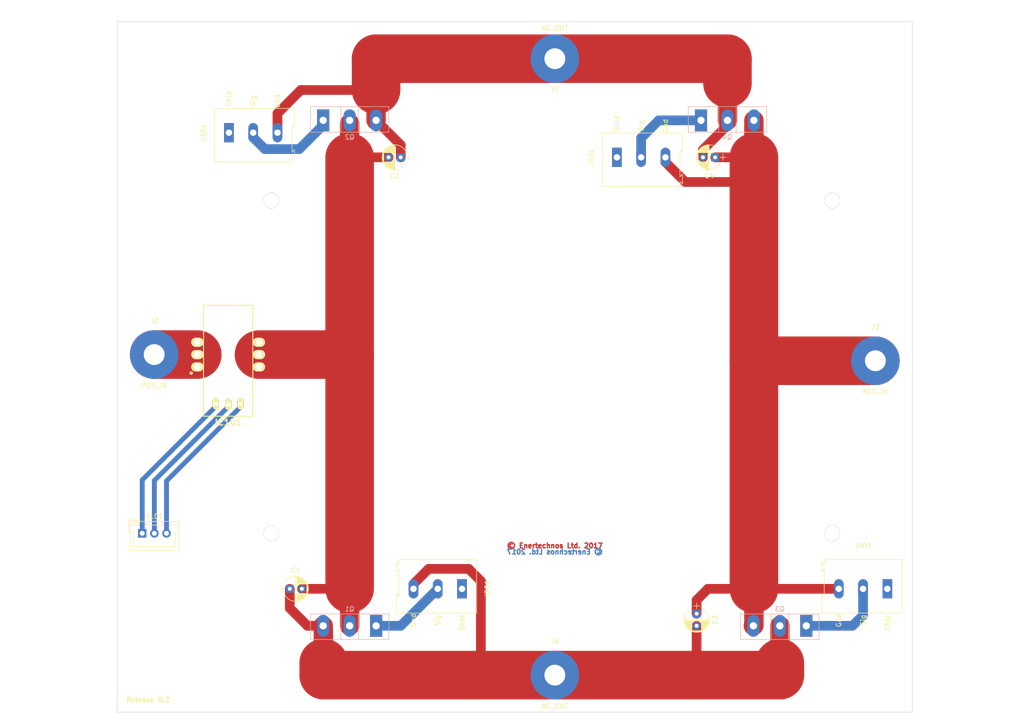
<source format=kicad_pcb>
(kicad_pcb (version 4) (host pcbnew 4.0.7)

  (general
    (links 0)
    (no_connects 4)
    (area 9.215716 13.81 220.980001 161.125)
    (thickness 1.6)
    (drawings 39)
    (tracks 86)
    (zones 0)
    (modules 22)
    (nets 13)
  )

  (page A4)
  (title_block
    (title "H-Bridge Power Board")
    (date 2018-04-05)
    (rev "Release 0.2")
    (company "Enertechnos Ltd.")
    (comment 1 "For Approval")
  )

  (layers
    (0 F.Cu mixed)
    (31 B.Cu power)
    (32 B.Adhes user hide)
    (33 F.Adhes user hide)
    (34 B.Paste user hide)
    (35 F.Paste user hide)
    (36 B.SilkS user)
    (37 F.SilkS user)
    (38 B.Mask user)
    (39 F.Mask user)
    (40 Dwgs.User user)
    (41 Cmts.User user hide)
    (42 Eco1.User user hide)
    (43 Eco2.User user hide)
    (44 Edge.Cuts user)
    (45 Margin user hide)
    (46 B.CrtYd user hide)
    (47 F.CrtYd user hide)
    (48 B.Fab user hide)
    (49 F.Fab user hide)
  )

  (setup
    (last_trace_width 1)
    (trace_clearance 0.4)
    (zone_clearance 0.508)
    (zone_45_only no)
    (trace_min 0.2)
    (segment_width 0.2)
    (edge_width 0.1)
    (via_size 1.5)
    (via_drill 1)
    (via_min_size 0.4)
    (via_min_drill 0.3)
    (uvia_size 1)
    (uvia_drill 0.5)
    (uvias_allowed no)
    (uvia_min_size 0.2)
    (uvia_min_drill 0.1)
    (pcb_text_width 0.3)
    (pcb_text_size 1.5 1.5)
    (mod_edge_width 0.15)
    (mod_text_size 1 1)
    (mod_text_width 0.15)
    (pad_size 10 10)
    (pad_drill 4.3)
    (pad_to_mask_clearance 0)
    (aux_axis_origin 0 0)
    (visible_elements 7FFFEF7F)
    (pcbplotparams
      (layerselection 0x010f0_80000001)
      (usegerberextensions false)
      (excludeedgelayer true)
      (linewidth 0.100000)
      (plotframeref false)
      (viasonmask false)
      (mode 1)
      (useauxorigin true)
      (hpglpennumber 1)
      (hpglpenspeed 20)
      (hpglpendiameter 15)
      (hpglpenoverlay 2)
      (psnegative false)
      (psa4output false)
      (plotreference true)
      (plotvalue true)
      (plotinvisibletext false)
      (padsonsilk false)
      (subtractmaskfromsilk false)
      (outputformat 1)
      (mirror false)
      (drillshape 0)
      (scaleselection 1)
      (outputdirectory Plot/))
  )

  (net 0 "")
  (net 1 GND_ISO_1)
  (net 2 DRV_GATE_1)
  (net 3 DRV_GATE_2)
  (net 4 DRV_GATE_3)
  (net 5 DRV_GATE_4)
  (net 6 GND_ISO_3)
  (net 7 "/SinglePowerSwitch 1/DRAIN")
  (net 8 GND_ISO_2)
  (net 9 ARD_5V)
  (net 10 ARD_GND)
  (net 11 ARD_CUR)
  (net 12 "Net-(IC101-Pad1)")

  (net_class Default "This is the default net class."
    (clearance 0.4)
    (trace_width 1)
    (via_dia 1.5)
    (via_drill 1)
    (uvia_dia 1)
    (uvia_drill 0.5)
    (add_net "/SinglePowerSwitch 1/DRAIN")
    (add_net ARD_5V)
    (add_net ARD_CUR)
    (add_net ARD_GND)
    (add_net DRV_GATE_1)
    (add_net DRV_GATE_2)
    (add_net DRV_GATE_3)
    (add_net DRV_GATE_4)
    (add_net GND_ISO_1)
    (add_net GND_ISO_2)
    (add_net GND_ISO_3)
    (add_net "Net-(IC101-Pad1)")
  )

  (net_class Power ""
    (clearance 1.5)
    (trace_width 5)
    (via_dia 1.5)
    (via_drill 1)
    (uvia_dia 1)
    (uvia_drill 0.5)
  )

  (module PartsLibraries:TerminalBlock_Altech_AK300-3_P5.00mm (layer F.Cu) (tedit 5AC4BBAD) (tstamp 5AC52AE4)
    (at 105.33 134.62 180)
    (descr "Altech AK300 terminal block, pitch 5.0mm, 45 degree angled, see http://www.mouser.com/ds/2/16/PCBMETRC-24178.pdf")
    (tags "Altech AK300 terminal block pitch 5.0mm")
    (path /59AEDD49/5AC4E93A)
    (fp_text reference J201 (at -5.24 0 270) (layer F.SilkS)
      (effects (font (size 1 1) (thickness 0.15)))
    )
    (fp_text value Conn_01x03 (at 4.95 10 180) (layer F.Fab)
      (effects (font (size 1 1) (thickness 0.15)))
    )
    (fp_text user Shld (at 0 -7 270) (layer F.SilkS)
      (effects (font (size 1 1) (thickness 0.15)))
    )
    (fp_text user Gnd (at 10 -6.5 450) (layer F.SilkS)
      (effects (font (size 1 1) (thickness 0.15)))
    )
    (fp_text user Sig (at 5 -6.5 270) (layer F.SilkS)
      (effects (font (size 1 1) (thickness 0.15)))
    )
    (fp_line (start -3 -5) (end -3 6) (layer F.SilkS) (width 0.12))
    (fp_line (start -3 6) (end 13 6) (layer F.SilkS) (width 0.12))
    (fp_line (start 13 6) (end 13 5) (layer F.SilkS) (width 0.12))
    (fp_line (start 13 5) (end 13.5 5.5) (layer F.SilkS) (width 0.12))
    (fp_line (start 13.5 5.5) (end 13.5 3.5) (layer F.SilkS) (width 0.12))
    (fp_line (start 13.5 3.5) (end 13 4) (layer F.SilkS) (width 0.12))
    (fp_line (start 13 4) (end 13 -1.5) (layer F.SilkS) (width 0.12))
    (fp_line (start 13 -1.5) (end 13.5 -1) (layer F.SilkS) (width 0.12))
    (fp_line (start 13.5 -1) (end 13.5 -5) (layer F.SilkS) (width 0.12))
    (fp_line (start 13.5 -5) (end -3 -5) (layer F.SilkS) (width 0.12))
    (fp_line (start -3.5 -5.5) (end 14 -5.5) (layer F.CrtYd) (width 0.05))
    (fp_line (start -3.5 -5.5) (end -3.5 6.5) (layer F.CrtYd) (width 0.05))
    (fp_line (start 14 6.5) (end 14 -5.5) (layer F.CrtYd) (width 0.05))
    (fp_line (start 14 6.5) (end -3.5 6.5) (layer F.CrtYd) (width 0.05))
    (pad 1 thru_hole rect (at 0 0 180) (size 1.98 3.96) (drill 1.32) (layers *.Cu *.Mask))
    (pad 2 thru_hole oval (at 5 0 180) (size 1.98 3.96) (drill 1.32) (layers *.Cu *.Mask)
      (net 2 DRV_GATE_1))
    (pad 3 thru_hole oval (at 10 0 180) (size 1.98 3.96) (drill 1.32) (layers *.Cu *.Mask)
      (net 1 GND_ISO_1))
    (model C:/Development/mlihardware/3D/17574.wrl
      (at (xyz 0 0 0))
      (scale (xyz 1 1 1))
      (rotate (xyz 0 0 0))
    )
  )

  (module PartsLibraries:TerminalBlock_Altech_AK300-3_P5.00mm (layer F.Cu) (tedit 5AC4BBAD) (tstamp 5AC52B2C)
    (at 137.24 45.72)
    (descr "Altech AK300 terminal block, pitch 5.0mm, 45 degree angled, see http://www.mouser.com/ds/2/16/PCBMETRC-24178.pdf")
    (tags "Altech AK300 terminal block pitch 5.0mm")
    (path /59AEEFCD/5AC4E93A)
    (fp_text reference J501 (at -5.24 0 90) (layer F.SilkS)
      (effects (font (size 1 1) (thickness 0.15)))
    )
    (fp_text value Conn_01x03 (at 4.95 10) (layer F.Fab)
      (effects (font (size 1 1) (thickness 0.15)))
    )
    (fp_text user Shld (at 0 -7 90) (layer F.SilkS)
      (effects (font (size 1 1) (thickness 0.15)))
    )
    (fp_text user Gnd (at 10 -6.5 270) (layer F.SilkS)
      (effects (font (size 1 1) (thickness 0.15)))
    )
    (fp_text user Sig (at 5 -6.5 90) (layer F.SilkS)
      (effects (font (size 1 1) (thickness 0.15)))
    )
    (fp_line (start -3 -5) (end -3 6) (layer F.SilkS) (width 0.12))
    (fp_line (start -3 6) (end 13 6) (layer F.SilkS) (width 0.12))
    (fp_line (start 13 6) (end 13 5) (layer F.SilkS) (width 0.12))
    (fp_line (start 13 5) (end 13.5 5.5) (layer F.SilkS) (width 0.12))
    (fp_line (start 13.5 5.5) (end 13.5 3.5) (layer F.SilkS) (width 0.12))
    (fp_line (start 13.5 3.5) (end 13 4) (layer F.SilkS) (width 0.12))
    (fp_line (start 13 4) (end 13 -1.5) (layer F.SilkS) (width 0.12))
    (fp_line (start 13 -1.5) (end 13.5 -1) (layer F.SilkS) (width 0.12))
    (fp_line (start 13.5 -1) (end 13.5 -5) (layer F.SilkS) (width 0.12))
    (fp_line (start 13.5 -5) (end -3 -5) (layer F.SilkS) (width 0.12))
    (fp_line (start -3.5 -5.5) (end 14 -5.5) (layer F.CrtYd) (width 0.05))
    (fp_line (start -3.5 -5.5) (end -3.5 6.5) (layer F.CrtYd) (width 0.05))
    (fp_line (start 14 6.5) (end 14 -5.5) (layer F.CrtYd) (width 0.05))
    (fp_line (start 14 6.5) (end -3.5 6.5) (layer F.CrtYd) (width 0.05))
    (pad 1 thru_hole rect (at 0 0) (size 1.98 3.96) (drill 1.32) (layers *.Cu *.Mask))
    (pad 2 thru_hole oval (at 5 0) (size 1.98 3.96) (drill 1.32) (layers *.Cu *.Mask)
      (net 5 DRV_GATE_4))
    (pad 3 thru_hole oval (at 10 0) (size 1.98 3.96) (drill 1.32) (layers *.Cu *.Mask)
      (net 6 GND_ISO_3))
    (model C:/Development/mlihardware/3D/17574.wrl
      (at (xyz 0 0 0))
      (scale (xyz 1 1 1))
      (rotate (xyz 0 0 0))
    )
  )

  (module PartsLibraries:PowerConnectorRound (layer F.Cu) (tedit 5A2985A4) (tstamp 5A291ED2)
    (at 124.46 152.4 90)
    (path /59AEFF90)
    (fp_text reference J6 (at 6.985 0 180) (layer F.SilkS)
      (effects (font (size 1 1) (thickness 0.15)))
    )
    (fp_text value AC_OUT (at -6.35 0 180) (layer F.SilkS)
      (effects (font (size 1 1) (thickness 0.15)))
    )
    (pad 1 thru_hole circle (at 0 0 90) (size 10 10) (drill 4.3) (layers *.Cu *.Mask)
      (net 1 GND_ISO_1))
  )

  (module PartsLibraries:PowerConnectorRound (layer F.Cu) (tedit 5A298574) (tstamp 5A291ED7)
    (at 124.46 25.4 90)
    (path /59AFA697)
    (fp_text reference J7 (at -6.35 0 180) (layer F.SilkS)
      (effects (font (size 1 1) (thickness 0.15)))
    )
    (fp_text value AC_OUT (at 6.35 0 360) (layer F.SilkS)
      (effects (font (size 1 1) (thickness 0.15)))
    )
    (pad 1 thru_hole circle (at 0 0 90) (size 10 10) (drill 4.3) (layers *.Cu *.Mask)
      (net 8 GND_ISO_2))
  )

  (module PartsLibraries:PowerConnectorRound (layer F.Cu) (tedit 5A298643) (tstamp 5A291ECD)
    (at 190.5 83.63 90)
    (path /5A28246C)
    (fp_text reference J3 (at 2.985 0 180) (layer F.SilkS)
      (effects (font (size 1 1) (thickness 0.15)))
    )
    (fp_text value NEG_IN (at -10.35 0 180) (layer F.SilkS)
      (effects (font (size 1 1) (thickness 0.15)))
    )
    (pad 1 thru_hole circle (at -4 0 90) (size 10 10) (drill 4.3) (layers *.Cu *.Mask)
      (net 6 GND_ISO_3))
  )

  (module PartsLibraries:PowerConnectorRound (layer F.Cu) (tedit 5A29863E) (tstamp 5A291EC8)
    (at 41.91 83.63 90)
    (path /5A28227C)
    (fp_text reference J2 (at 4.255 0 180) (layer F.SilkS)
      (effects (font (size 1 1) (thickness 0.15)))
    )
    (fp_text value POS_IN (at -9.08 0 180) (layer F.SilkS)
      (effects (font (size 1 1) (thickness 0.15)))
    )
    (pad 1 thru_hole circle (at -2.73 0 90) (size 10 10) (drill 4.3) (layers *.Cu *.Mask)
      (net 12 "Net-(IC101-Pad1)"))
  )

  (module TO_SOT_Packages_THT:TO-247_TO-3P_Vertical (layer B.Cu) (tedit 58CE52AE) (tstamp 59AF0986)
    (at 76.73 38.1)
    (descr "TO-247, Vertical, RM 5.45mm, TO-3P")
    (tags "TO-247 Vertical RM 5.45mm TO-3P")
    (path /59AEEDCB/59AEE014)
    (fp_text reference Q2 (at 5.45 3.45) (layer B.SilkS)
      (effects (font (size 1 1) (thickness 0.15)) (justify mirror))
    )
    (fp_text value RFP12N10L (at 5.45 -6.07) (layer B.Fab)
      (effects (font (size 1 1) (thickness 0.15)) (justify mirror))
    )
    (fp_text user %R (at 5.45 3.45) (layer B.Fab)
      (effects (font (size 1 1) (thickness 0.15)) (justify mirror))
    )
    (fp_line (start -2.5 2.33) (end -2.5 -2.7) (layer B.Fab) (width 0.1))
    (fp_line (start -2.5 -2.7) (end 13.4 -2.7) (layer B.Fab) (width 0.1))
    (fp_line (start 13.4 -2.7) (end 13.4 2.33) (layer B.Fab) (width 0.1))
    (fp_line (start 13.4 2.33) (end -2.5 2.33) (layer B.Fab) (width 0.1))
    (fp_line (start 3.645 2.33) (end 3.645 -2.7) (layer B.Fab) (width 0.1))
    (fp_line (start 7.255 2.33) (end 7.255 -2.7) (layer B.Fab) (width 0.1))
    (fp_line (start -2.62 2.451) (end 13.52 2.451) (layer B.SilkS) (width 0.12))
    (fp_line (start -2.62 -2.82) (end 13.52 -2.82) (layer B.SilkS) (width 0.12))
    (fp_line (start -2.62 2.451) (end -2.62 -2.82) (layer B.SilkS) (width 0.12))
    (fp_line (start 13.52 2.451) (end 13.52 -2.82) (layer B.SilkS) (width 0.12))
    (fp_line (start 3.646 2.451) (end 3.646 -2.82) (layer B.SilkS) (width 0.12))
    (fp_line (start 7.255 2.451) (end 7.255 -2.82) (layer B.SilkS) (width 0.12))
    (fp_line (start -2.75 2.59) (end -2.75 -2.95) (layer B.CrtYd) (width 0.05))
    (fp_line (start -2.75 -2.95) (end 13.65 -2.95) (layer B.CrtYd) (width 0.05))
    (fp_line (start 13.65 -2.95) (end 13.65 2.59) (layer B.CrtYd) (width 0.05))
    (fp_line (start 13.65 2.59) (end -2.75 2.59) (layer B.CrtYd) (width 0.05))
    (pad 1 thru_hole rect (at 0 0) (size 2.5 4.5) (drill 1.5) (layers *.Cu *.Mask)
      (net 3 DRV_GATE_2))
    (pad 2 thru_hole oval (at 5.45 0) (size 2.5 4.5) (drill 1.5) (layers *.Cu *.Mask)
      (net 7 "/SinglePowerSwitch 1/DRAIN"))
    (pad 3 thru_hole oval (at 10.9 0) (size 2.5 4.5) (drill 1.5) (layers *.Cu *.Mask)
      (net 8 GND_ISO_2))
    (model ${KISYS3DMOD}/TO_SOT_Packages_THT.3dshapes/TO-247_TO-3P_Vertical.wrl
      (at (xyz 0.212598 0 0))
      (scale (xyz 1 1 1))
      (rotate (xyz 0 0 0))
    )
  )

  (module PartsLibraries:CP_Radial_D5.0mm_P2.50mm (layer F.Cu) (tedit 597BC7C2) (tstamp 59AF0722)
    (at 69.85 134.62)
    (descr "CP, Radial series, Radial, pin pitch=2.50mm, , diameter=5mm, Electrolytic Capacitor")
    (tags "CP Radial series Radial pin pitch 2.50mm  diameter 5mm Electrolytic Capacitor")
    (path /59AEDD49/59AEE01D)
    (fp_text reference C1 (at 1.25 -3.81) (layer F.SilkS)
      (effects (font (size 1 1) (thickness 0.15)))
    )
    (fp_text value C (at 1.25 3.81) (layer F.Fab)
      (effects (font (size 1 1) (thickness 0.15)))
    )
    (fp_arc (start 1.25 0) (end -1.05558 -1.18) (angle 125.8) (layer F.SilkS) (width 0.12))
    (fp_arc (start 1.25 0) (end -1.05558 1.18) (angle -125.8) (layer F.SilkS) (width 0.12))
    (fp_arc (start 1.25 0) (end 3.55558 -1.18) (angle 54.2) (layer F.SilkS) (width 0.12))
    (fp_circle (center 1.25 0) (end 3.75 0) (layer F.Fab) (width 0.1))
    (fp_line (start -2.2 0) (end -1 0) (layer F.Fab) (width 0.1))
    (fp_line (start -1.6 -0.65) (end -1.6 0.65) (layer F.Fab) (width 0.1))
    (fp_line (start 1.25 -2.55) (end 1.25 2.55) (layer F.SilkS) (width 0.12))
    (fp_line (start 1.29 -2.55) (end 1.29 2.55) (layer F.SilkS) (width 0.12))
    (fp_line (start 1.33 -2.549) (end 1.33 2.549) (layer F.SilkS) (width 0.12))
    (fp_line (start 1.37 -2.548) (end 1.37 2.548) (layer F.SilkS) (width 0.12))
    (fp_line (start 1.41 -2.546) (end 1.41 2.546) (layer F.SilkS) (width 0.12))
    (fp_line (start 1.45 -2.543) (end 1.45 2.543) (layer F.SilkS) (width 0.12))
    (fp_line (start 1.49 -2.539) (end 1.49 2.539) (layer F.SilkS) (width 0.12))
    (fp_line (start 1.53 -2.535) (end 1.53 -0.98) (layer F.SilkS) (width 0.12))
    (fp_line (start 1.53 0.98) (end 1.53 2.535) (layer F.SilkS) (width 0.12))
    (fp_line (start 1.57 -2.531) (end 1.57 -0.98) (layer F.SilkS) (width 0.12))
    (fp_line (start 1.57 0.98) (end 1.57 2.531) (layer F.SilkS) (width 0.12))
    (fp_line (start 1.61 -2.525) (end 1.61 -0.98) (layer F.SilkS) (width 0.12))
    (fp_line (start 1.61 0.98) (end 1.61 2.525) (layer F.SilkS) (width 0.12))
    (fp_line (start 1.65 -2.519) (end 1.65 -0.98) (layer F.SilkS) (width 0.12))
    (fp_line (start 1.65 0.98) (end 1.65 2.519) (layer F.SilkS) (width 0.12))
    (fp_line (start 1.69 -2.513) (end 1.69 -0.98) (layer F.SilkS) (width 0.12))
    (fp_line (start 1.69 0.98) (end 1.69 2.513) (layer F.SilkS) (width 0.12))
    (fp_line (start 1.73 -2.506) (end 1.73 -0.98) (layer F.SilkS) (width 0.12))
    (fp_line (start 1.73 0.98) (end 1.73 2.506) (layer F.SilkS) (width 0.12))
    (fp_line (start 1.77 -2.498) (end 1.77 -0.98) (layer F.SilkS) (width 0.12))
    (fp_line (start 1.77 0.98) (end 1.77 2.498) (layer F.SilkS) (width 0.12))
    (fp_line (start 1.81 -2.489) (end 1.81 -0.98) (layer F.SilkS) (width 0.12))
    (fp_line (start 1.81 0.98) (end 1.81 2.489) (layer F.SilkS) (width 0.12))
    (fp_line (start 1.85 -2.48) (end 1.85 -0.98) (layer F.SilkS) (width 0.12))
    (fp_line (start 1.85 0.98) (end 1.85 2.48) (layer F.SilkS) (width 0.12))
    (fp_line (start 1.89 -2.47) (end 1.89 -0.98) (layer F.SilkS) (width 0.12))
    (fp_line (start 1.89 0.98) (end 1.89 2.47) (layer F.SilkS) (width 0.12))
    (fp_line (start 1.93 -2.46) (end 1.93 -0.98) (layer F.SilkS) (width 0.12))
    (fp_line (start 1.93 0.98) (end 1.93 2.46) (layer F.SilkS) (width 0.12))
    (fp_line (start 1.971 -2.448) (end 1.971 -0.98) (layer F.SilkS) (width 0.12))
    (fp_line (start 1.971 0.98) (end 1.971 2.448) (layer F.SilkS) (width 0.12))
    (fp_line (start 2.011 -2.436) (end 2.011 -0.98) (layer F.SilkS) (width 0.12))
    (fp_line (start 2.011 0.98) (end 2.011 2.436) (layer F.SilkS) (width 0.12))
    (fp_line (start 2.051 -2.424) (end 2.051 -0.98) (layer F.SilkS) (width 0.12))
    (fp_line (start 2.051 0.98) (end 2.051 2.424) (layer F.SilkS) (width 0.12))
    (fp_line (start 2.091 -2.41) (end 2.091 -0.98) (layer F.SilkS) (width 0.12))
    (fp_line (start 2.091 0.98) (end 2.091 2.41) (layer F.SilkS) (width 0.12))
    (fp_line (start 2.131 -2.396) (end 2.131 -0.98) (layer F.SilkS) (width 0.12))
    (fp_line (start 2.131 0.98) (end 2.131 2.396) (layer F.SilkS) (width 0.12))
    (fp_line (start 2.171 -2.382) (end 2.171 -0.98) (layer F.SilkS) (width 0.12))
    (fp_line (start 2.171 0.98) (end 2.171 2.382) (layer F.SilkS) (width 0.12))
    (fp_line (start 2.211 -2.366) (end 2.211 -0.98) (layer F.SilkS) (width 0.12))
    (fp_line (start 2.211 0.98) (end 2.211 2.366) (layer F.SilkS) (width 0.12))
    (fp_line (start 2.251 -2.35) (end 2.251 -0.98) (layer F.SilkS) (width 0.12))
    (fp_line (start 2.251 0.98) (end 2.251 2.35) (layer F.SilkS) (width 0.12))
    (fp_line (start 2.291 -2.333) (end 2.291 -0.98) (layer F.SilkS) (width 0.12))
    (fp_line (start 2.291 0.98) (end 2.291 2.333) (layer F.SilkS) (width 0.12))
    (fp_line (start 2.331 -2.315) (end 2.331 -0.98) (layer F.SilkS) (width 0.12))
    (fp_line (start 2.331 0.98) (end 2.331 2.315) (layer F.SilkS) (width 0.12))
    (fp_line (start 2.371 -2.296) (end 2.371 -0.98) (layer F.SilkS) (width 0.12))
    (fp_line (start 2.371 0.98) (end 2.371 2.296) (layer F.SilkS) (width 0.12))
    (fp_line (start 2.411 -2.276) (end 2.411 -0.98) (layer F.SilkS) (width 0.12))
    (fp_line (start 2.411 0.98) (end 2.411 2.276) (layer F.SilkS) (width 0.12))
    (fp_line (start 2.451 -2.256) (end 2.451 -0.98) (layer F.SilkS) (width 0.12))
    (fp_line (start 2.451 0.98) (end 2.451 2.256) (layer F.SilkS) (width 0.12))
    (fp_line (start 2.491 -2.234) (end 2.491 -0.98) (layer F.SilkS) (width 0.12))
    (fp_line (start 2.491 0.98) (end 2.491 2.234) (layer F.SilkS) (width 0.12))
    (fp_line (start 2.531 -2.212) (end 2.531 -0.98) (layer F.SilkS) (width 0.12))
    (fp_line (start 2.531 0.98) (end 2.531 2.212) (layer F.SilkS) (width 0.12))
    (fp_line (start 2.571 -2.189) (end 2.571 -0.98) (layer F.SilkS) (width 0.12))
    (fp_line (start 2.571 0.98) (end 2.571 2.189) (layer F.SilkS) (width 0.12))
    (fp_line (start 2.611 -2.165) (end 2.611 -0.98) (layer F.SilkS) (width 0.12))
    (fp_line (start 2.611 0.98) (end 2.611 2.165) (layer F.SilkS) (width 0.12))
    (fp_line (start 2.651 -2.14) (end 2.651 -0.98) (layer F.SilkS) (width 0.12))
    (fp_line (start 2.651 0.98) (end 2.651 2.14) (layer F.SilkS) (width 0.12))
    (fp_line (start 2.691 -2.113) (end 2.691 -0.98) (layer F.SilkS) (width 0.12))
    (fp_line (start 2.691 0.98) (end 2.691 2.113) (layer F.SilkS) (width 0.12))
    (fp_line (start 2.731 -2.086) (end 2.731 -0.98) (layer F.SilkS) (width 0.12))
    (fp_line (start 2.731 0.98) (end 2.731 2.086) (layer F.SilkS) (width 0.12))
    (fp_line (start 2.771 -2.058) (end 2.771 -0.98) (layer F.SilkS) (width 0.12))
    (fp_line (start 2.771 0.98) (end 2.771 2.058) (layer F.SilkS) (width 0.12))
    (fp_line (start 2.811 -2.028) (end 2.811 -0.98) (layer F.SilkS) (width 0.12))
    (fp_line (start 2.811 0.98) (end 2.811 2.028) (layer F.SilkS) (width 0.12))
    (fp_line (start 2.851 -1.997) (end 2.851 -0.98) (layer F.SilkS) (width 0.12))
    (fp_line (start 2.851 0.98) (end 2.851 1.997) (layer F.SilkS) (width 0.12))
    (fp_line (start 2.891 -1.965) (end 2.891 -0.98) (layer F.SilkS) (width 0.12))
    (fp_line (start 2.891 0.98) (end 2.891 1.965) (layer F.SilkS) (width 0.12))
    (fp_line (start 2.931 -1.932) (end 2.931 -0.98) (layer F.SilkS) (width 0.12))
    (fp_line (start 2.931 0.98) (end 2.931 1.932) (layer F.SilkS) (width 0.12))
    (fp_line (start 2.971 -1.897) (end 2.971 -0.98) (layer F.SilkS) (width 0.12))
    (fp_line (start 2.971 0.98) (end 2.971 1.897) (layer F.SilkS) (width 0.12))
    (fp_line (start 3.011 -1.861) (end 3.011 -0.98) (layer F.SilkS) (width 0.12))
    (fp_line (start 3.011 0.98) (end 3.011 1.861) (layer F.SilkS) (width 0.12))
    (fp_line (start 3.051 -1.823) (end 3.051 -0.98) (layer F.SilkS) (width 0.12))
    (fp_line (start 3.051 0.98) (end 3.051 1.823) (layer F.SilkS) (width 0.12))
    (fp_line (start 3.091 -1.783) (end 3.091 -0.98) (layer F.SilkS) (width 0.12))
    (fp_line (start 3.091 0.98) (end 3.091 1.783) (layer F.SilkS) (width 0.12))
    (fp_line (start 3.131 -1.742) (end 3.131 -0.98) (layer F.SilkS) (width 0.12))
    (fp_line (start 3.131 0.98) (end 3.131 1.742) (layer F.SilkS) (width 0.12))
    (fp_line (start 3.171 -1.699) (end 3.171 -0.98) (layer F.SilkS) (width 0.12))
    (fp_line (start 3.171 0.98) (end 3.171 1.699) (layer F.SilkS) (width 0.12))
    (fp_line (start 3.211 -1.654) (end 3.211 -0.98) (layer F.SilkS) (width 0.12))
    (fp_line (start 3.211 0.98) (end 3.211 1.654) (layer F.SilkS) (width 0.12))
    (fp_line (start 3.251 -1.606) (end 3.251 -0.98) (layer F.SilkS) (width 0.12))
    (fp_line (start 3.251 0.98) (end 3.251 1.606) (layer F.SilkS) (width 0.12))
    (fp_line (start 3.291 -1.556) (end 3.291 -0.98) (layer F.SilkS) (width 0.12))
    (fp_line (start 3.291 0.98) (end 3.291 1.556) (layer F.SilkS) (width 0.12))
    (fp_line (start 3.331 -1.504) (end 3.331 -0.98) (layer F.SilkS) (width 0.12))
    (fp_line (start 3.331 0.98) (end 3.331 1.504) (layer F.SilkS) (width 0.12))
    (fp_line (start 3.371 -1.448) (end 3.371 -0.98) (layer F.SilkS) (width 0.12))
    (fp_line (start 3.371 0.98) (end 3.371 1.448) (layer F.SilkS) (width 0.12))
    (fp_line (start 3.411 -1.39) (end 3.411 -0.98) (layer F.SilkS) (width 0.12))
    (fp_line (start 3.411 0.98) (end 3.411 1.39) (layer F.SilkS) (width 0.12))
    (fp_line (start 3.451 -1.327) (end 3.451 -0.98) (layer F.SilkS) (width 0.12))
    (fp_line (start 3.451 0.98) (end 3.451 1.327) (layer F.SilkS) (width 0.12))
    (fp_line (start 3.491 -1.261) (end 3.491 1.261) (layer F.SilkS) (width 0.12))
    (fp_line (start 3.531 -1.189) (end 3.531 1.189) (layer F.SilkS) (width 0.12))
    (fp_line (start 3.571 -1.112) (end 3.571 1.112) (layer F.SilkS) (width 0.12))
    (fp_line (start 3.611 -1.028) (end 3.611 1.028) (layer F.SilkS) (width 0.12))
    (fp_line (start 3.651 -0.934) (end 3.651 0.934) (layer F.SilkS) (width 0.12))
    (fp_line (start 3.691 -0.829) (end 3.691 0.829) (layer F.SilkS) (width 0.12))
    (fp_line (start 3.731 -0.707) (end 3.731 0.707) (layer F.SilkS) (width 0.12))
    (fp_line (start 3.771 -0.559) (end 3.771 0.559) (layer F.SilkS) (width 0.12))
    (fp_line (start 3.811 -0.354) (end 3.811 0.354) (layer F.SilkS) (width 0.12))
    (fp_line (start -2.2 0) (end -1 0) (layer F.SilkS) (width 0.12))
    (fp_line (start -1.6 -0.65) (end -1.6 0.65) (layer F.SilkS) (width 0.12))
    (fp_line (start -1.6 -2.85) (end -1.6 2.85) (layer F.CrtYd) (width 0.05))
    (fp_line (start -1.6 2.85) (end 4.1 2.85) (layer F.CrtYd) (width 0.05))
    (fp_line (start 4.1 2.85) (end 4.1 -2.85) (layer F.CrtYd) (width 0.05))
    (fp_line (start 4.1 -2.85) (end -1.6 -2.85) (layer F.CrtYd) (width 0.05))
    (fp_text user %R (at 1.25 0) (layer F.Fab)
      (effects (font (size 1 1) (thickness 0.15)))
    )
    (pad 1 thru_hole rect (at 0 0) (size 1.6 1.6) (drill 0.8) (layers *.Cu *.Mask)
      (net 1 GND_ISO_1))
    (pad 2 thru_hole circle (at 2.5 0) (size 1.6 1.6) (drill 0.8) (layers *.Cu *.Mask)
      (net 7 "/SinglePowerSwitch 1/DRAIN"))
    (model ${KISYS3DMOD}/Capacitors_THT.3dshapes/CP_Radial_D5.0mm_P2.50mm.wrl
      (at (xyz 0 0 0))
      (scale (xyz 1 1 1))
      (rotate (xyz 0 0 0))
    )
  )

  (module PartsLibraries:CP_Radial_D5.0mm_P2.50mm (layer F.Cu) (tedit 597BC7C2) (tstamp 59AF082C)
    (at 153.67 139.74 270)
    (descr "CP, Radial series, Radial, pin pitch=2.50mm, , diameter=5mm, Electrolytic Capacitor")
    (tags "CP Radial series Radial pin pitch 2.50mm  diameter 5mm Electrolytic Capacitor")
    (path /59AEEFC6/59AEE01D)
    (fp_text reference C3 (at 1.25 -3.81 270) (layer F.SilkS)
      (effects (font (size 1 1) (thickness 0.15)))
    )
    (fp_text value C (at 1.25 3.81 270) (layer F.Fab)
      (effects (font (size 1 1) (thickness 0.15)))
    )
    (fp_arc (start 1.25 0) (end -1.05558 -1.18) (angle 125.8) (layer F.SilkS) (width 0.12))
    (fp_arc (start 1.25 0) (end -1.05558 1.18) (angle -125.8) (layer F.SilkS) (width 0.12))
    (fp_arc (start 1.25 0) (end 3.55558 -1.18) (angle 54.2) (layer F.SilkS) (width 0.12))
    (fp_circle (center 1.25 0) (end 3.75 0) (layer F.Fab) (width 0.1))
    (fp_line (start -2.2 0) (end -1 0) (layer F.Fab) (width 0.1))
    (fp_line (start -1.6 -0.65) (end -1.6 0.65) (layer F.Fab) (width 0.1))
    (fp_line (start 1.25 -2.55) (end 1.25 2.55) (layer F.SilkS) (width 0.12))
    (fp_line (start 1.29 -2.55) (end 1.29 2.55) (layer F.SilkS) (width 0.12))
    (fp_line (start 1.33 -2.549) (end 1.33 2.549) (layer F.SilkS) (width 0.12))
    (fp_line (start 1.37 -2.548) (end 1.37 2.548) (layer F.SilkS) (width 0.12))
    (fp_line (start 1.41 -2.546) (end 1.41 2.546) (layer F.SilkS) (width 0.12))
    (fp_line (start 1.45 -2.543) (end 1.45 2.543) (layer F.SilkS) (width 0.12))
    (fp_line (start 1.49 -2.539) (end 1.49 2.539) (layer F.SilkS) (width 0.12))
    (fp_line (start 1.53 -2.535) (end 1.53 -0.98) (layer F.SilkS) (width 0.12))
    (fp_line (start 1.53 0.98) (end 1.53 2.535) (layer F.SilkS) (width 0.12))
    (fp_line (start 1.57 -2.531) (end 1.57 -0.98) (layer F.SilkS) (width 0.12))
    (fp_line (start 1.57 0.98) (end 1.57 2.531) (layer F.SilkS) (width 0.12))
    (fp_line (start 1.61 -2.525) (end 1.61 -0.98) (layer F.SilkS) (width 0.12))
    (fp_line (start 1.61 0.98) (end 1.61 2.525) (layer F.SilkS) (width 0.12))
    (fp_line (start 1.65 -2.519) (end 1.65 -0.98) (layer F.SilkS) (width 0.12))
    (fp_line (start 1.65 0.98) (end 1.65 2.519) (layer F.SilkS) (width 0.12))
    (fp_line (start 1.69 -2.513) (end 1.69 -0.98) (layer F.SilkS) (width 0.12))
    (fp_line (start 1.69 0.98) (end 1.69 2.513) (layer F.SilkS) (width 0.12))
    (fp_line (start 1.73 -2.506) (end 1.73 -0.98) (layer F.SilkS) (width 0.12))
    (fp_line (start 1.73 0.98) (end 1.73 2.506) (layer F.SilkS) (width 0.12))
    (fp_line (start 1.77 -2.498) (end 1.77 -0.98) (layer F.SilkS) (width 0.12))
    (fp_line (start 1.77 0.98) (end 1.77 2.498) (layer F.SilkS) (width 0.12))
    (fp_line (start 1.81 -2.489) (end 1.81 -0.98) (layer F.SilkS) (width 0.12))
    (fp_line (start 1.81 0.98) (end 1.81 2.489) (layer F.SilkS) (width 0.12))
    (fp_line (start 1.85 -2.48) (end 1.85 -0.98) (layer F.SilkS) (width 0.12))
    (fp_line (start 1.85 0.98) (end 1.85 2.48) (layer F.SilkS) (width 0.12))
    (fp_line (start 1.89 -2.47) (end 1.89 -0.98) (layer F.SilkS) (width 0.12))
    (fp_line (start 1.89 0.98) (end 1.89 2.47) (layer F.SilkS) (width 0.12))
    (fp_line (start 1.93 -2.46) (end 1.93 -0.98) (layer F.SilkS) (width 0.12))
    (fp_line (start 1.93 0.98) (end 1.93 2.46) (layer F.SilkS) (width 0.12))
    (fp_line (start 1.971 -2.448) (end 1.971 -0.98) (layer F.SilkS) (width 0.12))
    (fp_line (start 1.971 0.98) (end 1.971 2.448) (layer F.SilkS) (width 0.12))
    (fp_line (start 2.011 -2.436) (end 2.011 -0.98) (layer F.SilkS) (width 0.12))
    (fp_line (start 2.011 0.98) (end 2.011 2.436) (layer F.SilkS) (width 0.12))
    (fp_line (start 2.051 -2.424) (end 2.051 -0.98) (layer F.SilkS) (width 0.12))
    (fp_line (start 2.051 0.98) (end 2.051 2.424) (layer F.SilkS) (width 0.12))
    (fp_line (start 2.091 -2.41) (end 2.091 -0.98) (layer F.SilkS) (width 0.12))
    (fp_line (start 2.091 0.98) (end 2.091 2.41) (layer F.SilkS) (width 0.12))
    (fp_line (start 2.131 -2.396) (end 2.131 -0.98) (layer F.SilkS) (width 0.12))
    (fp_line (start 2.131 0.98) (end 2.131 2.396) (layer F.SilkS) (width 0.12))
    (fp_line (start 2.171 -2.382) (end 2.171 -0.98) (layer F.SilkS) (width 0.12))
    (fp_line (start 2.171 0.98) (end 2.171 2.382) (layer F.SilkS) (width 0.12))
    (fp_line (start 2.211 -2.366) (end 2.211 -0.98) (layer F.SilkS) (width 0.12))
    (fp_line (start 2.211 0.98) (end 2.211 2.366) (layer F.SilkS) (width 0.12))
    (fp_line (start 2.251 -2.35) (end 2.251 -0.98) (layer F.SilkS) (width 0.12))
    (fp_line (start 2.251 0.98) (end 2.251 2.35) (layer F.SilkS) (width 0.12))
    (fp_line (start 2.291 -2.333) (end 2.291 -0.98) (layer F.SilkS) (width 0.12))
    (fp_line (start 2.291 0.98) (end 2.291 2.333) (layer F.SilkS) (width 0.12))
    (fp_line (start 2.331 -2.315) (end 2.331 -0.98) (layer F.SilkS) (width 0.12))
    (fp_line (start 2.331 0.98) (end 2.331 2.315) (layer F.SilkS) (width 0.12))
    (fp_line (start 2.371 -2.296) (end 2.371 -0.98) (layer F.SilkS) (width 0.12))
    (fp_line (start 2.371 0.98) (end 2.371 2.296) (layer F.SilkS) (width 0.12))
    (fp_line (start 2.411 -2.276) (end 2.411 -0.98) (layer F.SilkS) (width 0.12))
    (fp_line (start 2.411 0.98) (end 2.411 2.276) (layer F.SilkS) (width 0.12))
    (fp_line (start 2.451 -2.256) (end 2.451 -0.98) (layer F.SilkS) (width 0.12))
    (fp_line (start 2.451 0.98) (end 2.451 2.256) (layer F.SilkS) (width 0.12))
    (fp_line (start 2.491 -2.234) (end 2.491 -0.98) (layer F.SilkS) (width 0.12))
    (fp_line (start 2.491 0.98) (end 2.491 2.234) (layer F.SilkS) (width 0.12))
    (fp_line (start 2.531 -2.212) (end 2.531 -0.98) (layer F.SilkS) (width 0.12))
    (fp_line (start 2.531 0.98) (end 2.531 2.212) (layer F.SilkS) (width 0.12))
    (fp_line (start 2.571 -2.189) (end 2.571 -0.98) (layer F.SilkS) (width 0.12))
    (fp_line (start 2.571 0.98) (end 2.571 2.189) (layer F.SilkS) (width 0.12))
    (fp_line (start 2.611 -2.165) (end 2.611 -0.98) (layer F.SilkS) (width 0.12))
    (fp_line (start 2.611 0.98) (end 2.611 2.165) (layer F.SilkS) (width 0.12))
    (fp_line (start 2.651 -2.14) (end 2.651 -0.98) (layer F.SilkS) (width 0.12))
    (fp_line (start 2.651 0.98) (end 2.651 2.14) (layer F.SilkS) (width 0.12))
    (fp_line (start 2.691 -2.113) (end 2.691 -0.98) (layer F.SilkS) (width 0.12))
    (fp_line (start 2.691 0.98) (end 2.691 2.113) (layer F.SilkS) (width 0.12))
    (fp_line (start 2.731 -2.086) (end 2.731 -0.98) (layer F.SilkS) (width 0.12))
    (fp_line (start 2.731 0.98) (end 2.731 2.086) (layer F.SilkS) (width 0.12))
    (fp_line (start 2.771 -2.058) (end 2.771 -0.98) (layer F.SilkS) (width 0.12))
    (fp_line (start 2.771 0.98) (end 2.771 2.058) (layer F.SilkS) (width 0.12))
    (fp_line (start 2.811 -2.028) (end 2.811 -0.98) (layer F.SilkS) (width 0.12))
    (fp_line (start 2.811 0.98) (end 2.811 2.028) (layer F.SilkS) (width 0.12))
    (fp_line (start 2.851 -1.997) (end 2.851 -0.98) (layer F.SilkS) (width 0.12))
    (fp_line (start 2.851 0.98) (end 2.851 1.997) (layer F.SilkS) (width 0.12))
    (fp_line (start 2.891 -1.965) (end 2.891 -0.98) (layer F.SilkS) (width 0.12))
    (fp_line (start 2.891 0.98) (end 2.891 1.965) (layer F.SilkS) (width 0.12))
    (fp_line (start 2.931 -1.932) (end 2.931 -0.98) (layer F.SilkS) (width 0.12))
    (fp_line (start 2.931 0.98) (end 2.931 1.932) (layer F.SilkS) (width 0.12))
    (fp_line (start 2.971 -1.897) (end 2.971 -0.98) (layer F.SilkS) (width 0.12))
    (fp_line (start 2.971 0.98) (end 2.971 1.897) (layer F.SilkS) (width 0.12))
    (fp_line (start 3.011 -1.861) (end 3.011 -0.98) (layer F.SilkS) (width 0.12))
    (fp_line (start 3.011 0.98) (end 3.011 1.861) (layer F.SilkS) (width 0.12))
    (fp_line (start 3.051 -1.823) (end 3.051 -0.98) (layer F.SilkS) (width 0.12))
    (fp_line (start 3.051 0.98) (end 3.051 1.823) (layer F.SilkS) (width 0.12))
    (fp_line (start 3.091 -1.783) (end 3.091 -0.98) (layer F.SilkS) (width 0.12))
    (fp_line (start 3.091 0.98) (end 3.091 1.783) (layer F.SilkS) (width 0.12))
    (fp_line (start 3.131 -1.742) (end 3.131 -0.98) (layer F.SilkS) (width 0.12))
    (fp_line (start 3.131 0.98) (end 3.131 1.742) (layer F.SilkS) (width 0.12))
    (fp_line (start 3.171 -1.699) (end 3.171 -0.98) (layer F.SilkS) (width 0.12))
    (fp_line (start 3.171 0.98) (end 3.171 1.699) (layer F.SilkS) (width 0.12))
    (fp_line (start 3.211 -1.654) (end 3.211 -0.98) (layer F.SilkS) (width 0.12))
    (fp_line (start 3.211 0.98) (end 3.211 1.654) (layer F.SilkS) (width 0.12))
    (fp_line (start 3.251 -1.606) (end 3.251 -0.98) (layer F.SilkS) (width 0.12))
    (fp_line (start 3.251 0.98) (end 3.251 1.606) (layer F.SilkS) (width 0.12))
    (fp_line (start 3.291 -1.556) (end 3.291 -0.98) (layer F.SilkS) (width 0.12))
    (fp_line (start 3.291 0.98) (end 3.291 1.556) (layer F.SilkS) (width 0.12))
    (fp_line (start 3.331 -1.504) (end 3.331 -0.98) (layer F.SilkS) (width 0.12))
    (fp_line (start 3.331 0.98) (end 3.331 1.504) (layer F.SilkS) (width 0.12))
    (fp_line (start 3.371 -1.448) (end 3.371 -0.98) (layer F.SilkS) (width 0.12))
    (fp_line (start 3.371 0.98) (end 3.371 1.448) (layer F.SilkS) (width 0.12))
    (fp_line (start 3.411 -1.39) (end 3.411 -0.98) (layer F.SilkS) (width 0.12))
    (fp_line (start 3.411 0.98) (end 3.411 1.39) (layer F.SilkS) (width 0.12))
    (fp_line (start 3.451 -1.327) (end 3.451 -0.98) (layer F.SilkS) (width 0.12))
    (fp_line (start 3.451 0.98) (end 3.451 1.327) (layer F.SilkS) (width 0.12))
    (fp_line (start 3.491 -1.261) (end 3.491 1.261) (layer F.SilkS) (width 0.12))
    (fp_line (start 3.531 -1.189) (end 3.531 1.189) (layer F.SilkS) (width 0.12))
    (fp_line (start 3.571 -1.112) (end 3.571 1.112) (layer F.SilkS) (width 0.12))
    (fp_line (start 3.611 -1.028) (end 3.611 1.028) (layer F.SilkS) (width 0.12))
    (fp_line (start 3.651 -0.934) (end 3.651 0.934) (layer F.SilkS) (width 0.12))
    (fp_line (start 3.691 -0.829) (end 3.691 0.829) (layer F.SilkS) (width 0.12))
    (fp_line (start 3.731 -0.707) (end 3.731 0.707) (layer F.SilkS) (width 0.12))
    (fp_line (start 3.771 -0.559) (end 3.771 0.559) (layer F.SilkS) (width 0.12))
    (fp_line (start 3.811 -0.354) (end 3.811 0.354) (layer F.SilkS) (width 0.12))
    (fp_line (start -2.2 0) (end -1 0) (layer F.SilkS) (width 0.12))
    (fp_line (start -1.6 -0.65) (end -1.6 0.65) (layer F.SilkS) (width 0.12))
    (fp_line (start -1.6 -2.85) (end -1.6 2.85) (layer F.CrtYd) (width 0.05))
    (fp_line (start -1.6 2.85) (end 4.1 2.85) (layer F.CrtYd) (width 0.05))
    (fp_line (start 4.1 2.85) (end 4.1 -2.85) (layer F.CrtYd) (width 0.05))
    (fp_line (start 4.1 -2.85) (end -1.6 -2.85) (layer F.CrtYd) (width 0.05))
    (fp_text user %R (at 1.25 0 270) (layer F.Fab)
      (effects (font (size 1 1) (thickness 0.15)))
    )
    (pad 1 thru_hole rect (at 0 0 270) (size 1.6 1.6) (drill 0.8) (layers *.Cu *.Mask)
      (net 6 GND_ISO_3))
    (pad 2 thru_hole circle (at 2.5 0 270) (size 1.6 1.6) (drill 0.8) (layers *.Cu *.Mask)
      (net 1 GND_ISO_1))
    (model ${KISYS3DMOD}/Capacitors_THT.3dshapes/CP_Radial_D5.0mm_P2.50mm.wrl
      (at (xyz 0 0 0))
      (scale (xyz 1 1 1))
      (rotate (xyz 0 0 0))
    )
  )

  (module PartsLibraries:CP_Radial_D5.0mm_P2.50mm (layer F.Cu) (tedit 597BC7C2) (tstamp 59AF07A7)
    (at 92.71 45.72 180)
    (descr "CP, Radial series, Radial, pin pitch=2.50mm, , diameter=5mm, Electrolytic Capacitor")
    (tags "CP Radial series Radial pin pitch 2.50mm  diameter 5mm Electrolytic Capacitor")
    (path /59AEEDCB/59AEE01D)
    (fp_text reference C2 (at 1.25 -3.81 180) (layer F.SilkS)
      (effects (font (size 1 1) (thickness 0.15)))
    )
    (fp_text value C (at 1.25 3.81 180) (layer F.Fab)
      (effects (font (size 1 1) (thickness 0.15)))
    )
    (fp_arc (start 1.25 0) (end -1.05558 -1.18) (angle 125.8) (layer F.SilkS) (width 0.12))
    (fp_arc (start 1.25 0) (end -1.05558 1.18) (angle -125.8) (layer F.SilkS) (width 0.12))
    (fp_arc (start 1.25 0) (end 3.55558 -1.18) (angle 54.2) (layer F.SilkS) (width 0.12))
    (fp_circle (center 1.25 0) (end 3.75 0) (layer F.Fab) (width 0.1))
    (fp_line (start -2.2 0) (end -1 0) (layer F.Fab) (width 0.1))
    (fp_line (start -1.6 -0.65) (end -1.6 0.65) (layer F.Fab) (width 0.1))
    (fp_line (start 1.25 -2.55) (end 1.25 2.55) (layer F.SilkS) (width 0.12))
    (fp_line (start 1.29 -2.55) (end 1.29 2.55) (layer F.SilkS) (width 0.12))
    (fp_line (start 1.33 -2.549) (end 1.33 2.549) (layer F.SilkS) (width 0.12))
    (fp_line (start 1.37 -2.548) (end 1.37 2.548) (layer F.SilkS) (width 0.12))
    (fp_line (start 1.41 -2.546) (end 1.41 2.546) (layer F.SilkS) (width 0.12))
    (fp_line (start 1.45 -2.543) (end 1.45 2.543) (layer F.SilkS) (width 0.12))
    (fp_line (start 1.49 -2.539) (end 1.49 2.539) (layer F.SilkS) (width 0.12))
    (fp_line (start 1.53 -2.535) (end 1.53 -0.98) (layer F.SilkS) (width 0.12))
    (fp_line (start 1.53 0.98) (end 1.53 2.535) (layer F.SilkS) (width 0.12))
    (fp_line (start 1.57 -2.531) (end 1.57 -0.98) (layer F.SilkS) (width 0.12))
    (fp_line (start 1.57 0.98) (end 1.57 2.531) (layer F.SilkS) (width 0.12))
    (fp_line (start 1.61 -2.525) (end 1.61 -0.98) (layer F.SilkS) (width 0.12))
    (fp_line (start 1.61 0.98) (end 1.61 2.525) (layer F.SilkS) (width 0.12))
    (fp_line (start 1.65 -2.519) (end 1.65 -0.98) (layer F.SilkS) (width 0.12))
    (fp_line (start 1.65 0.98) (end 1.65 2.519) (layer F.SilkS) (width 0.12))
    (fp_line (start 1.69 -2.513) (end 1.69 -0.98) (layer F.SilkS) (width 0.12))
    (fp_line (start 1.69 0.98) (end 1.69 2.513) (layer F.SilkS) (width 0.12))
    (fp_line (start 1.73 -2.506) (end 1.73 -0.98) (layer F.SilkS) (width 0.12))
    (fp_line (start 1.73 0.98) (end 1.73 2.506) (layer F.SilkS) (width 0.12))
    (fp_line (start 1.77 -2.498) (end 1.77 -0.98) (layer F.SilkS) (width 0.12))
    (fp_line (start 1.77 0.98) (end 1.77 2.498) (layer F.SilkS) (width 0.12))
    (fp_line (start 1.81 -2.489) (end 1.81 -0.98) (layer F.SilkS) (width 0.12))
    (fp_line (start 1.81 0.98) (end 1.81 2.489) (layer F.SilkS) (width 0.12))
    (fp_line (start 1.85 -2.48) (end 1.85 -0.98) (layer F.SilkS) (width 0.12))
    (fp_line (start 1.85 0.98) (end 1.85 2.48) (layer F.SilkS) (width 0.12))
    (fp_line (start 1.89 -2.47) (end 1.89 -0.98) (layer F.SilkS) (width 0.12))
    (fp_line (start 1.89 0.98) (end 1.89 2.47) (layer F.SilkS) (width 0.12))
    (fp_line (start 1.93 -2.46) (end 1.93 -0.98) (layer F.SilkS) (width 0.12))
    (fp_line (start 1.93 0.98) (end 1.93 2.46) (layer F.SilkS) (width 0.12))
    (fp_line (start 1.971 -2.448) (end 1.971 -0.98) (layer F.SilkS) (width 0.12))
    (fp_line (start 1.971 0.98) (end 1.971 2.448) (layer F.SilkS) (width 0.12))
    (fp_line (start 2.011 -2.436) (end 2.011 -0.98) (layer F.SilkS) (width 0.12))
    (fp_line (start 2.011 0.98) (end 2.011 2.436) (layer F.SilkS) (width 0.12))
    (fp_line (start 2.051 -2.424) (end 2.051 -0.98) (layer F.SilkS) (width 0.12))
    (fp_line (start 2.051 0.98) (end 2.051 2.424) (layer F.SilkS) (width 0.12))
    (fp_line (start 2.091 -2.41) (end 2.091 -0.98) (layer F.SilkS) (width 0.12))
    (fp_line (start 2.091 0.98) (end 2.091 2.41) (layer F.SilkS) (width 0.12))
    (fp_line (start 2.131 -2.396) (end 2.131 -0.98) (layer F.SilkS) (width 0.12))
    (fp_line (start 2.131 0.98) (end 2.131 2.396) (layer F.SilkS) (width 0.12))
    (fp_line (start 2.171 -2.382) (end 2.171 -0.98) (layer F.SilkS) (width 0.12))
    (fp_line (start 2.171 0.98) (end 2.171 2.382) (layer F.SilkS) (width 0.12))
    (fp_line (start 2.211 -2.366) (end 2.211 -0.98) (layer F.SilkS) (width 0.12))
    (fp_line (start 2.211 0.98) (end 2.211 2.366) (layer F.SilkS) (width 0.12))
    (fp_line (start 2.251 -2.35) (end 2.251 -0.98) (layer F.SilkS) (width 0.12))
    (fp_line (start 2.251 0.98) (end 2.251 2.35) (layer F.SilkS) (width 0.12))
    (fp_line (start 2.291 -2.333) (end 2.291 -0.98) (layer F.SilkS) (width 0.12))
    (fp_line (start 2.291 0.98) (end 2.291 2.333) (layer F.SilkS) (width 0.12))
    (fp_line (start 2.331 -2.315) (end 2.331 -0.98) (layer F.SilkS) (width 0.12))
    (fp_line (start 2.331 0.98) (end 2.331 2.315) (layer F.SilkS) (width 0.12))
    (fp_line (start 2.371 -2.296) (end 2.371 -0.98) (layer F.SilkS) (width 0.12))
    (fp_line (start 2.371 0.98) (end 2.371 2.296) (layer F.SilkS) (width 0.12))
    (fp_line (start 2.411 -2.276) (end 2.411 -0.98) (layer F.SilkS) (width 0.12))
    (fp_line (start 2.411 0.98) (end 2.411 2.276) (layer F.SilkS) (width 0.12))
    (fp_line (start 2.451 -2.256) (end 2.451 -0.98) (layer F.SilkS) (width 0.12))
    (fp_line (start 2.451 0.98) (end 2.451 2.256) (layer F.SilkS) (width 0.12))
    (fp_line (start 2.491 -2.234) (end 2.491 -0.98) (layer F.SilkS) (width 0.12))
    (fp_line (start 2.491 0.98) (end 2.491 2.234) (layer F.SilkS) (width 0.12))
    (fp_line (start 2.531 -2.212) (end 2.531 -0.98) (layer F.SilkS) (width 0.12))
    (fp_line (start 2.531 0.98) (end 2.531 2.212) (layer F.SilkS) (width 0.12))
    (fp_line (start 2.571 -2.189) (end 2.571 -0.98) (layer F.SilkS) (width 0.12))
    (fp_line (start 2.571 0.98) (end 2.571 2.189) (layer F.SilkS) (width 0.12))
    (fp_line (start 2.611 -2.165) (end 2.611 -0.98) (layer F.SilkS) (width 0.12))
    (fp_line (start 2.611 0.98) (end 2.611 2.165) (layer F.SilkS) (width 0.12))
    (fp_line (start 2.651 -2.14) (end 2.651 -0.98) (layer F.SilkS) (width 0.12))
    (fp_line (start 2.651 0.98) (end 2.651 2.14) (layer F.SilkS) (width 0.12))
    (fp_line (start 2.691 -2.113) (end 2.691 -0.98) (layer F.SilkS) (width 0.12))
    (fp_line (start 2.691 0.98) (end 2.691 2.113) (layer F.SilkS) (width 0.12))
    (fp_line (start 2.731 -2.086) (end 2.731 -0.98) (layer F.SilkS) (width 0.12))
    (fp_line (start 2.731 0.98) (end 2.731 2.086) (layer F.SilkS) (width 0.12))
    (fp_line (start 2.771 -2.058) (end 2.771 -0.98) (layer F.SilkS) (width 0.12))
    (fp_line (start 2.771 0.98) (end 2.771 2.058) (layer F.SilkS) (width 0.12))
    (fp_line (start 2.811 -2.028) (end 2.811 -0.98) (layer F.SilkS) (width 0.12))
    (fp_line (start 2.811 0.98) (end 2.811 2.028) (layer F.SilkS) (width 0.12))
    (fp_line (start 2.851 -1.997) (end 2.851 -0.98) (layer F.SilkS) (width 0.12))
    (fp_line (start 2.851 0.98) (end 2.851 1.997) (layer F.SilkS) (width 0.12))
    (fp_line (start 2.891 -1.965) (end 2.891 -0.98) (layer F.SilkS) (width 0.12))
    (fp_line (start 2.891 0.98) (end 2.891 1.965) (layer F.SilkS) (width 0.12))
    (fp_line (start 2.931 -1.932) (end 2.931 -0.98) (layer F.SilkS) (width 0.12))
    (fp_line (start 2.931 0.98) (end 2.931 1.932) (layer F.SilkS) (width 0.12))
    (fp_line (start 2.971 -1.897) (end 2.971 -0.98) (layer F.SilkS) (width 0.12))
    (fp_line (start 2.971 0.98) (end 2.971 1.897) (layer F.SilkS) (width 0.12))
    (fp_line (start 3.011 -1.861) (end 3.011 -0.98) (layer F.SilkS) (width 0.12))
    (fp_line (start 3.011 0.98) (end 3.011 1.861) (layer F.SilkS) (width 0.12))
    (fp_line (start 3.051 -1.823) (end 3.051 -0.98) (layer F.SilkS) (width 0.12))
    (fp_line (start 3.051 0.98) (end 3.051 1.823) (layer F.SilkS) (width 0.12))
    (fp_line (start 3.091 -1.783) (end 3.091 -0.98) (layer F.SilkS) (width 0.12))
    (fp_line (start 3.091 0.98) (end 3.091 1.783) (layer F.SilkS) (width 0.12))
    (fp_line (start 3.131 -1.742) (end 3.131 -0.98) (layer F.SilkS) (width 0.12))
    (fp_line (start 3.131 0.98) (end 3.131 1.742) (layer F.SilkS) (width 0.12))
    (fp_line (start 3.171 -1.699) (end 3.171 -0.98) (layer F.SilkS) (width 0.12))
    (fp_line (start 3.171 0.98) (end 3.171 1.699) (layer F.SilkS) (width 0.12))
    (fp_line (start 3.211 -1.654) (end 3.211 -0.98) (layer F.SilkS) (width 0.12))
    (fp_line (start 3.211 0.98) (end 3.211 1.654) (layer F.SilkS) (width 0.12))
    (fp_line (start 3.251 -1.606) (end 3.251 -0.98) (layer F.SilkS) (width 0.12))
    (fp_line (start 3.251 0.98) (end 3.251 1.606) (layer F.SilkS) (width 0.12))
    (fp_line (start 3.291 -1.556) (end 3.291 -0.98) (layer F.SilkS) (width 0.12))
    (fp_line (start 3.291 0.98) (end 3.291 1.556) (layer F.SilkS) (width 0.12))
    (fp_line (start 3.331 -1.504) (end 3.331 -0.98) (layer F.SilkS) (width 0.12))
    (fp_line (start 3.331 0.98) (end 3.331 1.504) (layer F.SilkS) (width 0.12))
    (fp_line (start 3.371 -1.448) (end 3.371 -0.98) (layer F.SilkS) (width 0.12))
    (fp_line (start 3.371 0.98) (end 3.371 1.448) (layer F.SilkS) (width 0.12))
    (fp_line (start 3.411 -1.39) (end 3.411 -0.98) (layer F.SilkS) (width 0.12))
    (fp_line (start 3.411 0.98) (end 3.411 1.39) (layer F.SilkS) (width 0.12))
    (fp_line (start 3.451 -1.327) (end 3.451 -0.98) (layer F.SilkS) (width 0.12))
    (fp_line (start 3.451 0.98) (end 3.451 1.327) (layer F.SilkS) (width 0.12))
    (fp_line (start 3.491 -1.261) (end 3.491 1.261) (layer F.SilkS) (width 0.12))
    (fp_line (start 3.531 -1.189) (end 3.531 1.189) (layer F.SilkS) (width 0.12))
    (fp_line (start 3.571 -1.112) (end 3.571 1.112) (layer F.SilkS) (width 0.12))
    (fp_line (start 3.611 -1.028) (end 3.611 1.028) (layer F.SilkS) (width 0.12))
    (fp_line (start 3.651 -0.934) (end 3.651 0.934) (layer F.SilkS) (width 0.12))
    (fp_line (start 3.691 -0.829) (end 3.691 0.829) (layer F.SilkS) (width 0.12))
    (fp_line (start 3.731 -0.707) (end 3.731 0.707) (layer F.SilkS) (width 0.12))
    (fp_line (start 3.771 -0.559) (end 3.771 0.559) (layer F.SilkS) (width 0.12))
    (fp_line (start 3.811 -0.354) (end 3.811 0.354) (layer F.SilkS) (width 0.12))
    (fp_line (start -2.2 0) (end -1 0) (layer F.SilkS) (width 0.12))
    (fp_line (start -1.6 -0.65) (end -1.6 0.65) (layer F.SilkS) (width 0.12))
    (fp_line (start -1.6 -2.85) (end -1.6 2.85) (layer F.CrtYd) (width 0.05))
    (fp_line (start -1.6 2.85) (end 4.1 2.85) (layer F.CrtYd) (width 0.05))
    (fp_line (start 4.1 2.85) (end 4.1 -2.85) (layer F.CrtYd) (width 0.05))
    (fp_line (start 4.1 -2.85) (end -1.6 -2.85) (layer F.CrtYd) (width 0.05))
    (fp_text user %R (at 1.25 0 180) (layer F.Fab)
      (effects (font (size 1 1) (thickness 0.15)))
    )
    (pad 1 thru_hole rect (at 0 0 180) (size 1.6 1.6) (drill 0.8) (layers *.Cu *.Mask)
      (net 8 GND_ISO_2))
    (pad 2 thru_hole circle (at 2.5 0 180) (size 1.6 1.6) (drill 0.8) (layers *.Cu *.Mask)
      (net 7 "/SinglePowerSwitch 1/DRAIN"))
    (model ${KISYS3DMOD}/Capacitors_THT.3dshapes/CP_Radial_D5.0mm_P2.50mm.wrl
      (at (xyz 0 0 0))
      (scale (xyz 1 1 1))
      (rotate (xyz 0 0 0))
    )
  )

  (module PartsLibraries:CP_Radial_D5.0mm_P2.50mm (layer F.Cu) (tedit 597BC7C2) (tstamp 59AF08B1)
    (at 157.48 45.72 180)
    (descr "CP, Radial series, Radial, pin pitch=2.50mm, , diameter=5mm, Electrolytic Capacitor")
    (tags "CP Radial series Radial pin pitch 2.50mm  diameter 5mm Electrolytic Capacitor")
    (path /59AEEFCD/59AEE01D)
    (fp_text reference C4 (at 1.25 -3.81 180) (layer F.SilkS)
      (effects (font (size 1 1) (thickness 0.15)))
    )
    (fp_text value C (at 1.25 3.81 180) (layer F.Fab)
      (effects (font (size 1 1) (thickness 0.15)))
    )
    (fp_arc (start 1.25 0) (end -1.05558 -1.18) (angle 125.8) (layer F.SilkS) (width 0.12))
    (fp_arc (start 1.25 0) (end -1.05558 1.18) (angle -125.8) (layer F.SilkS) (width 0.12))
    (fp_arc (start 1.25 0) (end 3.55558 -1.18) (angle 54.2) (layer F.SilkS) (width 0.12))
    (fp_circle (center 1.25 0) (end 3.75 0) (layer F.Fab) (width 0.1))
    (fp_line (start -2.2 0) (end -1 0) (layer F.Fab) (width 0.1))
    (fp_line (start -1.6 -0.65) (end -1.6 0.65) (layer F.Fab) (width 0.1))
    (fp_line (start 1.25 -2.55) (end 1.25 2.55) (layer F.SilkS) (width 0.12))
    (fp_line (start 1.29 -2.55) (end 1.29 2.55) (layer F.SilkS) (width 0.12))
    (fp_line (start 1.33 -2.549) (end 1.33 2.549) (layer F.SilkS) (width 0.12))
    (fp_line (start 1.37 -2.548) (end 1.37 2.548) (layer F.SilkS) (width 0.12))
    (fp_line (start 1.41 -2.546) (end 1.41 2.546) (layer F.SilkS) (width 0.12))
    (fp_line (start 1.45 -2.543) (end 1.45 2.543) (layer F.SilkS) (width 0.12))
    (fp_line (start 1.49 -2.539) (end 1.49 2.539) (layer F.SilkS) (width 0.12))
    (fp_line (start 1.53 -2.535) (end 1.53 -0.98) (layer F.SilkS) (width 0.12))
    (fp_line (start 1.53 0.98) (end 1.53 2.535) (layer F.SilkS) (width 0.12))
    (fp_line (start 1.57 -2.531) (end 1.57 -0.98) (layer F.SilkS) (width 0.12))
    (fp_line (start 1.57 0.98) (end 1.57 2.531) (layer F.SilkS) (width 0.12))
    (fp_line (start 1.61 -2.525) (end 1.61 -0.98) (layer F.SilkS) (width 0.12))
    (fp_line (start 1.61 0.98) (end 1.61 2.525) (layer F.SilkS) (width 0.12))
    (fp_line (start 1.65 -2.519) (end 1.65 -0.98) (layer F.SilkS) (width 0.12))
    (fp_line (start 1.65 0.98) (end 1.65 2.519) (layer F.SilkS) (width 0.12))
    (fp_line (start 1.69 -2.513) (end 1.69 -0.98) (layer F.SilkS) (width 0.12))
    (fp_line (start 1.69 0.98) (end 1.69 2.513) (layer F.SilkS) (width 0.12))
    (fp_line (start 1.73 -2.506) (end 1.73 -0.98) (layer F.SilkS) (width 0.12))
    (fp_line (start 1.73 0.98) (end 1.73 2.506) (layer F.SilkS) (width 0.12))
    (fp_line (start 1.77 -2.498) (end 1.77 -0.98) (layer F.SilkS) (width 0.12))
    (fp_line (start 1.77 0.98) (end 1.77 2.498) (layer F.SilkS) (width 0.12))
    (fp_line (start 1.81 -2.489) (end 1.81 -0.98) (layer F.SilkS) (width 0.12))
    (fp_line (start 1.81 0.98) (end 1.81 2.489) (layer F.SilkS) (width 0.12))
    (fp_line (start 1.85 -2.48) (end 1.85 -0.98) (layer F.SilkS) (width 0.12))
    (fp_line (start 1.85 0.98) (end 1.85 2.48) (layer F.SilkS) (width 0.12))
    (fp_line (start 1.89 -2.47) (end 1.89 -0.98) (layer F.SilkS) (width 0.12))
    (fp_line (start 1.89 0.98) (end 1.89 2.47) (layer F.SilkS) (width 0.12))
    (fp_line (start 1.93 -2.46) (end 1.93 -0.98) (layer F.SilkS) (width 0.12))
    (fp_line (start 1.93 0.98) (end 1.93 2.46) (layer F.SilkS) (width 0.12))
    (fp_line (start 1.971 -2.448) (end 1.971 -0.98) (layer F.SilkS) (width 0.12))
    (fp_line (start 1.971 0.98) (end 1.971 2.448) (layer F.SilkS) (width 0.12))
    (fp_line (start 2.011 -2.436) (end 2.011 -0.98) (layer F.SilkS) (width 0.12))
    (fp_line (start 2.011 0.98) (end 2.011 2.436) (layer F.SilkS) (width 0.12))
    (fp_line (start 2.051 -2.424) (end 2.051 -0.98) (layer F.SilkS) (width 0.12))
    (fp_line (start 2.051 0.98) (end 2.051 2.424) (layer F.SilkS) (width 0.12))
    (fp_line (start 2.091 -2.41) (end 2.091 -0.98) (layer F.SilkS) (width 0.12))
    (fp_line (start 2.091 0.98) (end 2.091 2.41) (layer F.SilkS) (width 0.12))
    (fp_line (start 2.131 -2.396) (end 2.131 -0.98) (layer F.SilkS) (width 0.12))
    (fp_line (start 2.131 0.98) (end 2.131 2.396) (layer F.SilkS) (width 0.12))
    (fp_line (start 2.171 -2.382) (end 2.171 -0.98) (layer F.SilkS) (width 0.12))
    (fp_line (start 2.171 0.98) (end 2.171 2.382) (layer F.SilkS) (width 0.12))
    (fp_line (start 2.211 -2.366) (end 2.211 -0.98) (layer F.SilkS) (width 0.12))
    (fp_line (start 2.211 0.98) (end 2.211 2.366) (layer F.SilkS) (width 0.12))
    (fp_line (start 2.251 -2.35) (end 2.251 -0.98) (layer F.SilkS) (width 0.12))
    (fp_line (start 2.251 0.98) (end 2.251 2.35) (layer F.SilkS) (width 0.12))
    (fp_line (start 2.291 -2.333) (end 2.291 -0.98) (layer F.SilkS) (width 0.12))
    (fp_line (start 2.291 0.98) (end 2.291 2.333) (layer F.SilkS) (width 0.12))
    (fp_line (start 2.331 -2.315) (end 2.331 -0.98) (layer F.SilkS) (width 0.12))
    (fp_line (start 2.331 0.98) (end 2.331 2.315) (layer F.SilkS) (width 0.12))
    (fp_line (start 2.371 -2.296) (end 2.371 -0.98) (layer F.SilkS) (width 0.12))
    (fp_line (start 2.371 0.98) (end 2.371 2.296) (layer F.SilkS) (width 0.12))
    (fp_line (start 2.411 -2.276) (end 2.411 -0.98) (layer F.SilkS) (width 0.12))
    (fp_line (start 2.411 0.98) (end 2.411 2.276) (layer F.SilkS) (width 0.12))
    (fp_line (start 2.451 -2.256) (end 2.451 -0.98) (layer F.SilkS) (width 0.12))
    (fp_line (start 2.451 0.98) (end 2.451 2.256) (layer F.SilkS) (width 0.12))
    (fp_line (start 2.491 -2.234) (end 2.491 -0.98) (layer F.SilkS) (width 0.12))
    (fp_line (start 2.491 0.98) (end 2.491 2.234) (layer F.SilkS) (width 0.12))
    (fp_line (start 2.531 -2.212) (end 2.531 -0.98) (layer F.SilkS) (width 0.12))
    (fp_line (start 2.531 0.98) (end 2.531 2.212) (layer F.SilkS) (width 0.12))
    (fp_line (start 2.571 -2.189) (end 2.571 -0.98) (layer F.SilkS) (width 0.12))
    (fp_line (start 2.571 0.98) (end 2.571 2.189) (layer F.SilkS) (width 0.12))
    (fp_line (start 2.611 -2.165) (end 2.611 -0.98) (layer F.SilkS) (width 0.12))
    (fp_line (start 2.611 0.98) (end 2.611 2.165) (layer F.SilkS) (width 0.12))
    (fp_line (start 2.651 -2.14) (end 2.651 -0.98) (layer F.SilkS) (width 0.12))
    (fp_line (start 2.651 0.98) (end 2.651 2.14) (layer F.SilkS) (width 0.12))
    (fp_line (start 2.691 -2.113) (end 2.691 -0.98) (layer F.SilkS) (width 0.12))
    (fp_line (start 2.691 0.98) (end 2.691 2.113) (layer F.SilkS) (width 0.12))
    (fp_line (start 2.731 -2.086) (end 2.731 -0.98) (layer F.SilkS) (width 0.12))
    (fp_line (start 2.731 0.98) (end 2.731 2.086) (layer F.SilkS) (width 0.12))
    (fp_line (start 2.771 -2.058) (end 2.771 -0.98) (layer F.SilkS) (width 0.12))
    (fp_line (start 2.771 0.98) (end 2.771 2.058) (layer F.SilkS) (width 0.12))
    (fp_line (start 2.811 -2.028) (end 2.811 -0.98) (layer F.SilkS) (width 0.12))
    (fp_line (start 2.811 0.98) (end 2.811 2.028) (layer F.SilkS) (width 0.12))
    (fp_line (start 2.851 -1.997) (end 2.851 -0.98) (layer F.SilkS) (width 0.12))
    (fp_line (start 2.851 0.98) (end 2.851 1.997) (layer F.SilkS) (width 0.12))
    (fp_line (start 2.891 -1.965) (end 2.891 -0.98) (layer F.SilkS) (width 0.12))
    (fp_line (start 2.891 0.98) (end 2.891 1.965) (layer F.SilkS) (width 0.12))
    (fp_line (start 2.931 -1.932) (end 2.931 -0.98) (layer F.SilkS) (width 0.12))
    (fp_line (start 2.931 0.98) (end 2.931 1.932) (layer F.SilkS) (width 0.12))
    (fp_line (start 2.971 -1.897) (end 2.971 -0.98) (layer F.SilkS) (width 0.12))
    (fp_line (start 2.971 0.98) (end 2.971 1.897) (layer F.SilkS) (width 0.12))
    (fp_line (start 3.011 -1.861) (end 3.011 -0.98) (layer F.SilkS) (width 0.12))
    (fp_line (start 3.011 0.98) (end 3.011 1.861) (layer F.SilkS) (width 0.12))
    (fp_line (start 3.051 -1.823) (end 3.051 -0.98) (layer F.SilkS) (width 0.12))
    (fp_line (start 3.051 0.98) (end 3.051 1.823) (layer F.SilkS) (width 0.12))
    (fp_line (start 3.091 -1.783) (end 3.091 -0.98) (layer F.SilkS) (width 0.12))
    (fp_line (start 3.091 0.98) (end 3.091 1.783) (layer F.SilkS) (width 0.12))
    (fp_line (start 3.131 -1.742) (end 3.131 -0.98) (layer F.SilkS) (width 0.12))
    (fp_line (start 3.131 0.98) (end 3.131 1.742) (layer F.SilkS) (width 0.12))
    (fp_line (start 3.171 -1.699) (end 3.171 -0.98) (layer F.SilkS) (width 0.12))
    (fp_line (start 3.171 0.98) (end 3.171 1.699) (layer F.SilkS) (width 0.12))
    (fp_line (start 3.211 -1.654) (end 3.211 -0.98) (layer F.SilkS) (width 0.12))
    (fp_line (start 3.211 0.98) (end 3.211 1.654) (layer F.SilkS) (width 0.12))
    (fp_line (start 3.251 -1.606) (end 3.251 -0.98) (layer F.SilkS) (width 0.12))
    (fp_line (start 3.251 0.98) (end 3.251 1.606) (layer F.SilkS) (width 0.12))
    (fp_line (start 3.291 -1.556) (end 3.291 -0.98) (layer F.SilkS) (width 0.12))
    (fp_line (start 3.291 0.98) (end 3.291 1.556) (layer F.SilkS) (width 0.12))
    (fp_line (start 3.331 -1.504) (end 3.331 -0.98) (layer F.SilkS) (width 0.12))
    (fp_line (start 3.331 0.98) (end 3.331 1.504) (layer F.SilkS) (width 0.12))
    (fp_line (start 3.371 -1.448) (end 3.371 -0.98) (layer F.SilkS) (width 0.12))
    (fp_line (start 3.371 0.98) (end 3.371 1.448) (layer F.SilkS) (width 0.12))
    (fp_line (start 3.411 -1.39) (end 3.411 -0.98) (layer F.SilkS) (width 0.12))
    (fp_line (start 3.411 0.98) (end 3.411 1.39) (layer F.SilkS) (width 0.12))
    (fp_line (start 3.451 -1.327) (end 3.451 -0.98) (layer F.SilkS) (width 0.12))
    (fp_line (start 3.451 0.98) (end 3.451 1.327) (layer F.SilkS) (width 0.12))
    (fp_line (start 3.491 -1.261) (end 3.491 1.261) (layer F.SilkS) (width 0.12))
    (fp_line (start 3.531 -1.189) (end 3.531 1.189) (layer F.SilkS) (width 0.12))
    (fp_line (start 3.571 -1.112) (end 3.571 1.112) (layer F.SilkS) (width 0.12))
    (fp_line (start 3.611 -1.028) (end 3.611 1.028) (layer F.SilkS) (width 0.12))
    (fp_line (start 3.651 -0.934) (end 3.651 0.934) (layer F.SilkS) (width 0.12))
    (fp_line (start 3.691 -0.829) (end 3.691 0.829) (layer F.SilkS) (width 0.12))
    (fp_line (start 3.731 -0.707) (end 3.731 0.707) (layer F.SilkS) (width 0.12))
    (fp_line (start 3.771 -0.559) (end 3.771 0.559) (layer F.SilkS) (width 0.12))
    (fp_line (start 3.811 -0.354) (end 3.811 0.354) (layer F.SilkS) (width 0.12))
    (fp_line (start -2.2 0) (end -1 0) (layer F.SilkS) (width 0.12))
    (fp_line (start -1.6 -0.65) (end -1.6 0.65) (layer F.SilkS) (width 0.12))
    (fp_line (start -1.6 -2.85) (end -1.6 2.85) (layer F.CrtYd) (width 0.05))
    (fp_line (start -1.6 2.85) (end 4.1 2.85) (layer F.CrtYd) (width 0.05))
    (fp_line (start 4.1 2.85) (end 4.1 -2.85) (layer F.CrtYd) (width 0.05))
    (fp_line (start 4.1 -2.85) (end -1.6 -2.85) (layer F.CrtYd) (width 0.05))
    (fp_text user %R (at 1.25 0 180) (layer F.Fab)
      (effects (font (size 1 1) (thickness 0.15)))
    )
    (pad 1 thru_hole rect (at 0 0 180) (size 1.6 1.6) (drill 0.8) (layers *.Cu *.Mask)
      (net 6 GND_ISO_3))
    (pad 2 thru_hole circle (at 2.5 0 180) (size 1.6 1.6) (drill 0.8) (layers *.Cu *.Mask)
      (net 8 GND_ISO_2))
    (model ${KISYS3DMOD}/Capacitors_THT.3dshapes/CP_Radial_D5.0mm_P2.50mm.wrl
      (at (xyz 0 0 0))
      (scale (xyz 1 1 1))
      (rotate (xyz 0 0 0))
    )
  )

  (module TO_SOT_Packages_THT:TO-247_TO-3P_Vertical (layer B.Cu) (tedit 58CE52AE) (tstamp 59AF09B6)
    (at 154.57 38.1)
    (descr "TO-247, Vertical, RM 5.45mm, TO-3P")
    (tags "TO-247 Vertical RM 5.45mm TO-3P")
    (path /59AEEFCD/59AEE014)
    (fp_text reference Q4 (at 5.45 3.45) (layer B.SilkS)
      (effects (font (size 1 1) (thickness 0.15)) (justify mirror))
    )
    (fp_text value RFP12N10L (at 5.45 -6.07) (layer B.Fab)
      (effects (font (size 1 1) (thickness 0.15)) (justify mirror))
    )
    (fp_text user %R (at 5.45 3.45) (layer B.Fab)
      (effects (font (size 1 1) (thickness 0.15)) (justify mirror))
    )
    (fp_line (start -2.5 2.33) (end -2.5 -2.7) (layer B.Fab) (width 0.1))
    (fp_line (start -2.5 -2.7) (end 13.4 -2.7) (layer B.Fab) (width 0.1))
    (fp_line (start 13.4 -2.7) (end 13.4 2.33) (layer B.Fab) (width 0.1))
    (fp_line (start 13.4 2.33) (end -2.5 2.33) (layer B.Fab) (width 0.1))
    (fp_line (start 3.645 2.33) (end 3.645 -2.7) (layer B.Fab) (width 0.1))
    (fp_line (start 7.255 2.33) (end 7.255 -2.7) (layer B.Fab) (width 0.1))
    (fp_line (start -2.62 2.451) (end 13.52 2.451) (layer B.SilkS) (width 0.12))
    (fp_line (start -2.62 -2.82) (end 13.52 -2.82) (layer B.SilkS) (width 0.12))
    (fp_line (start -2.62 2.451) (end -2.62 -2.82) (layer B.SilkS) (width 0.12))
    (fp_line (start 13.52 2.451) (end 13.52 -2.82) (layer B.SilkS) (width 0.12))
    (fp_line (start 3.646 2.451) (end 3.646 -2.82) (layer B.SilkS) (width 0.12))
    (fp_line (start 7.255 2.451) (end 7.255 -2.82) (layer B.SilkS) (width 0.12))
    (fp_line (start -2.75 2.59) (end -2.75 -2.95) (layer B.CrtYd) (width 0.05))
    (fp_line (start -2.75 -2.95) (end 13.65 -2.95) (layer B.CrtYd) (width 0.05))
    (fp_line (start 13.65 -2.95) (end 13.65 2.59) (layer B.CrtYd) (width 0.05))
    (fp_line (start 13.65 2.59) (end -2.75 2.59) (layer B.CrtYd) (width 0.05))
    (pad 1 thru_hole rect (at 0 0) (size 2.5 4.5) (drill 1.5) (layers *.Cu *.Mask)
      (net 5 DRV_GATE_4))
    (pad 2 thru_hole oval (at 5.45 0) (size 2.5 4.5) (drill 1.5) (layers *.Cu *.Mask)
      (net 8 GND_ISO_2))
    (pad 3 thru_hole oval (at 10.9 0) (size 2.5 4.5) (drill 1.5) (layers *.Cu *.Mask)
      (net 6 GND_ISO_3))
    (model ${KISYS3DMOD}/TO_SOT_Packages_THT.3dshapes/TO-247_TO-3P_Vertical.wrl
      (at (xyz 0.212598 0 0))
      (scale (xyz 1 1 1))
      (rotate (xyz 0 0 0))
    )
  )

  (module TO_SOT_Packages_THT:TO-247_TO-3P_Vertical (layer B.Cu) (tedit 58CE52AE) (tstamp 59AF099E)
    (at 176.265 142.24 180)
    (descr "TO-247, Vertical, RM 5.45mm, TO-3P")
    (tags "TO-247 Vertical RM 5.45mm TO-3P")
    (path /59AEEFC6/59AEE014)
    (fp_text reference Q3 (at 5.45 3.45 180) (layer B.SilkS)
      (effects (font (size 1 1) (thickness 0.15)) (justify mirror))
    )
    (fp_text value RFP12N10L (at 5.45 -6.07 180) (layer B.Fab)
      (effects (font (size 1 1) (thickness 0.15)) (justify mirror))
    )
    (fp_text user %R (at 5.45 3.45 180) (layer B.Fab)
      (effects (font (size 1 1) (thickness 0.15)) (justify mirror))
    )
    (fp_line (start -2.5 2.33) (end -2.5 -2.7) (layer B.Fab) (width 0.1))
    (fp_line (start -2.5 -2.7) (end 13.4 -2.7) (layer B.Fab) (width 0.1))
    (fp_line (start 13.4 -2.7) (end 13.4 2.33) (layer B.Fab) (width 0.1))
    (fp_line (start 13.4 2.33) (end -2.5 2.33) (layer B.Fab) (width 0.1))
    (fp_line (start 3.645 2.33) (end 3.645 -2.7) (layer B.Fab) (width 0.1))
    (fp_line (start 7.255 2.33) (end 7.255 -2.7) (layer B.Fab) (width 0.1))
    (fp_line (start -2.62 2.451) (end 13.52 2.451) (layer B.SilkS) (width 0.12))
    (fp_line (start -2.62 -2.82) (end 13.52 -2.82) (layer B.SilkS) (width 0.12))
    (fp_line (start -2.62 2.451) (end -2.62 -2.82) (layer B.SilkS) (width 0.12))
    (fp_line (start 13.52 2.451) (end 13.52 -2.82) (layer B.SilkS) (width 0.12))
    (fp_line (start 3.646 2.451) (end 3.646 -2.82) (layer B.SilkS) (width 0.12))
    (fp_line (start 7.255 2.451) (end 7.255 -2.82) (layer B.SilkS) (width 0.12))
    (fp_line (start -2.75 2.59) (end -2.75 -2.95) (layer B.CrtYd) (width 0.05))
    (fp_line (start -2.75 -2.95) (end 13.65 -2.95) (layer B.CrtYd) (width 0.05))
    (fp_line (start 13.65 -2.95) (end 13.65 2.59) (layer B.CrtYd) (width 0.05))
    (fp_line (start 13.65 2.59) (end -2.75 2.59) (layer B.CrtYd) (width 0.05))
    (pad 1 thru_hole rect (at 0 0 180) (size 2.5 4.5) (drill 1.5) (layers *.Cu *.Mask)
      (net 4 DRV_GATE_3))
    (pad 2 thru_hole oval (at 5.45 0 180) (size 2.5 4.5) (drill 1.5) (layers *.Cu *.Mask)
      (net 1 GND_ISO_1))
    (pad 3 thru_hole oval (at 10.9 0 180) (size 2.5 4.5) (drill 1.5) (layers *.Cu *.Mask)
      (net 6 GND_ISO_3))
    (model ${KISYS3DMOD}/TO_SOT_Packages_THT.3dshapes/TO-247_TO-3P_Vertical.wrl
      (at (xyz 0.212598 0 0))
      (scale (xyz 1 1 1))
      (rotate (xyz 0 0 0))
    )
  )

  (module TO_SOT_Packages_THT:TO-247_TO-3P_Vertical (layer B.Cu) (tedit 58CE52AE) (tstamp 5A291DC2)
    (at 87.63 142.24 180)
    (descr "TO-247, Vertical, RM 5.45mm, TO-3P")
    (tags "TO-247 Vertical RM 5.45mm TO-3P")
    (path /59AEDD49/59AEE014)
    (fp_text reference Q1 (at 5.45 3.45 180) (layer B.SilkS)
      (effects (font (size 1 1) (thickness 0.15)) (justify mirror))
    )
    (fp_text value RFP12N10L (at 5.45 -6.07 180) (layer B.Fab)
      (effects (font (size 1 1) (thickness 0.15)) (justify mirror))
    )
    (fp_text user %R (at 5.45 3.45 180) (layer B.Fab)
      (effects (font (size 1 1) (thickness 0.15)) (justify mirror))
    )
    (fp_line (start -2.5 2.33) (end -2.5 -2.7) (layer B.Fab) (width 0.1))
    (fp_line (start -2.5 -2.7) (end 13.4 -2.7) (layer B.Fab) (width 0.1))
    (fp_line (start 13.4 -2.7) (end 13.4 2.33) (layer B.Fab) (width 0.1))
    (fp_line (start 13.4 2.33) (end -2.5 2.33) (layer B.Fab) (width 0.1))
    (fp_line (start 3.645 2.33) (end 3.645 -2.7) (layer B.Fab) (width 0.1))
    (fp_line (start 7.255 2.33) (end 7.255 -2.7) (layer B.Fab) (width 0.1))
    (fp_line (start -2.62 2.451) (end 13.52 2.451) (layer B.SilkS) (width 0.12))
    (fp_line (start -2.62 -2.82) (end 13.52 -2.82) (layer B.SilkS) (width 0.12))
    (fp_line (start -2.62 2.451) (end -2.62 -2.82) (layer B.SilkS) (width 0.12))
    (fp_line (start 13.52 2.451) (end 13.52 -2.82) (layer B.SilkS) (width 0.12))
    (fp_line (start 3.646 2.451) (end 3.646 -2.82) (layer B.SilkS) (width 0.12))
    (fp_line (start 7.255 2.451) (end 7.255 -2.82) (layer B.SilkS) (width 0.12))
    (fp_line (start -2.75 2.59) (end -2.75 -2.95) (layer B.CrtYd) (width 0.05))
    (fp_line (start -2.75 -2.95) (end 13.65 -2.95) (layer B.CrtYd) (width 0.05))
    (fp_line (start 13.65 -2.95) (end 13.65 2.59) (layer B.CrtYd) (width 0.05))
    (fp_line (start 13.65 2.59) (end -2.75 2.59) (layer B.CrtYd) (width 0.05))
    (pad 1 thru_hole rect (at 0 0 180) (size 2.5 4.5) (drill 1.5) (layers *.Cu *.Mask)
      (net 2 DRV_GATE_1))
    (pad 2 thru_hole oval (at 5.45 0 180) (size 2.5 4.5) (drill 1.5) (layers *.Cu *.Mask)
      (net 7 "/SinglePowerSwitch 1/DRAIN"))
    (pad 3 thru_hole oval (at 10.9 0 180) (size 2.5 4.5) (drill 1.5) (layers *.Cu *.Mask)
      (net 1 GND_ISO_1))
    (model ${KISYS3DMOD}/TO_SOT_Packages_THT.3dshapes/TO-247_TO-3P_Vertical.wrl
      (at (xyz 0.212598 0 0))
      (scale (xyz 1 1 1))
      (rotate (xyz 0 0 0))
    )
  )

  (module CAS_NP (layer F.Cu) (tedit 5A327C36) (tstamp 5A328546)
    (at 59.69 96.52 180)
    (descr LTS_NP)
    (tags "Integrated Circuit")
    (path /5A344E30)
    (fp_text reference IC101 (at 2.54 -3.81 180) (layer F.SilkS)
      (effects (font (size 1.27 1.27) (thickness 0.254)))
    )
    (fp_text value CAS_50-NP (at 2.917268 9.17254 450) (layer F.SilkS) hide
      (effects (font (size 1.27 1.27) (thickness 0.254)))
    )
    (fp_line (start 7.62 -2.54) (end 7.62 20.32) (layer Dwgs.User) (width 0.2))
    (fp_line (start 7.62 20.32) (end -2.54 20.32) (layer Dwgs.User) (width 0.2))
    (fp_line (start -2.54 20.32) (end -2.54 -2.54) (layer Dwgs.User) (width 0.2))
    (fp_line (start -2.54 -2.54) (end 7.62 -2.54) (layer Dwgs.User) (width 0.2))
    (fp_line (start 7.62 -2.54) (end -2.54 -2.54) (layer F.SilkS) (width 0.2))
    (fp_line (start -2.54 -2.54) (end -2.54 20.32) (layer F.SilkS) (width 0.2))
    (fp_line (start -2.54 20.32) (end 7.62 20.32) (layer F.SilkS) (width 0.2))
    (fp_line (start 7.62 20.32) (end 7.62 -2.54) (layer F.SilkS) (width 0.2))
    (fp_circle (center 10.16 6.35) (end 10.16 6.248) (layer F.SilkS) (width 0.254))
    (pad 10 thru_hole oval (at -3.81 7.62 180) (size 2.54 1.9) (drill 1.3) (layers *.Cu *.Mask F.SilkS)
      (net 7 "/SinglePowerSwitch 1/DRAIN"))
    (pad 13 thru_hole oval (at 0 0 180) (size 1.3 2.3) (drill 0.8) (layers *.Cu *.Mask F.SilkS)
      (net 9 ARD_5V))
    (pad 12 thru_hole oval (at 2.54 -0.09446 180) (size 1.3 2.3) (drill 0.8) (layers *.Cu *.Mask F.SilkS)
      (net 10 ARD_GND))
    (pad 11 thru_hole oval (at 5.08 0 180) (size 1.3 2.3) (drill 0.8) (layers *.Cu *.Mask F.SilkS)
      (net 11 ARD_CUR))
    (pad 9 thru_hole oval (at -3.81 10.16 180) (size 2.54 1.9) (drill 1.3) (layers *.Cu *.Mask F.SilkS)
      (net 7 "/SinglePowerSwitch 1/DRAIN"))
    (pad 8 thru_hole oval (at -3.81 12.7 180) (size 2.54 1.9) (drill 1.3) (layers *.Cu *.Mask F.SilkS)
      (net 7 "/SinglePowerSwitch 1/DRAIN"))
    (pad 1 thru_hole oval (at 8.89 7.62 180) (size 2.54 1.9) (drill 1.3) (layers *.Cu *.Mask F.SilkS)
      (net 12 "Net-(IC101-Pad1)"))
    (pad 2 thru_hole oval (at 8.89 10.16 180) (size 2.54 1.9) (drill 1.3) (layers *.Cu *.Mask F.SilkS)
      (net 12 "Net-(IC101-Pad1)"))
    (pad 3 thru_hole oval (at 8.89 12.7 180) (size 2.54 1.9) (drill 1.3) (layers *.Cu *.Mask F.SilkS)
      (net 12 "Net-(IC101-Pad1)"))
  )

  (module Connectors_JST:JST_XH_B03B-XH-A_03x2.50mm_Straight (layer F.Cu) (tedit 58EAE7F0) (tstamp 5A328AD9)
    (at 39.45 123.19)
    (descr "JST XH series connector, B03B-XH-A, top entry type, through hole")
    (tags "connector jst xh tht top vertical 2.50mm")
    (path /5A34A7A6)
    (fp_text reference J101 (at 2.5 -3.5) (layer F.SilkS)
      (effects (font (size 1 1) (thickness 0.15)))
    )
    (fp_text value Conn_01x03 (at 2.5 4.5) (layer F.Fab)
      (effects (font (size 1 1) (thickness 0.15)))
    )
    (fp_line (start -2.45 -2.35) (end -2.45 3.4) (layer F.Fab) (width 0.1))
    (fp_line (start -2.45 3.4) (end 7.45 3.4) (layer F.Fab) (width 0.1))
    (fp_line (start 7.45 3.4) (end 7.45 -2.35) (layer F.Fab) (width 0.1))
    (fp_line (start 7.45 -2.35) (end -2.45 -2.35) (layer F.Fab) (width 0.1))
    (fp_line (start -2.95 -2.85) (end -2.95 3.9) (layer F.CrtYd) (width 0.05))
    (fp_line (start -2.95 3.9) (end 7.95 3.9) (layer F.CrtYd) (width 0.05))
    (fp_line (start 7.95 3.9) (end 7.95 -2.85) (layer F.CrtYd) (width 0.05))
    (fp_line (start 7.95 -2.85) (end -2.95 -2.85) (layer F.CrtYd) (width 0.05))
    (fp_line (start -2.55 -2.45) (end -2.55 3.5) (layer F.SilkS) (width 0.12))
    (fp_line (start -2.55 3.5) (end 7.55 3.5) (layer F.SilkS) (width 0.12))
    (fp_line (start 7.55 3.5) (end 7.55 -2.45) (layer F.SilkS) (width 0.12))
    (fp_line (start 7.55 -2.45) (end -2.55 -2.45) (layer F.SilkS) (width 0.12))
    (fp_line (start 0.75 -2.45) (end 0.75 -1.7) (layer F.SilkS) (width 0.12))
    (fp_line (start 0.75 -1.7) (end 4.25 -1.7) (layer F.SilkS) (width 0.12))
    (fp_line (start 4.25 -1.7) (end 4.25 -2.45) (layer F.SilkS) (width 0.12))
    (fp_line (start 4.25 -2.45) (end 0.75 -2.45) (layer F.SilkS) (width 0.12))
    (fp_line (start -2.55 -2.45) (end -2.55 -1.7) (layer F.SilkS) (width 0.12))
    (fp_line (start -2.55 -1.7) (end -0.75 -1.7) (layer F.SilkS) (width 0.12))
    (fp_line (start -0.75 -1.7) (end -0.75 -2.45) (layer F.SilkS) (width 0.12))
    (fp_line (start -0.75 -2.45) (end -2.55 -2.45) (layer F.SilkS) (width 0.12))
    (fp_line (start 5.75 -2.45) (end 5.75 -1.7) (layer F.SilkS) (width 0.12))
    (fp_line (start 5.75 -1.7) (end 7.55 -1.7) (layer F.SilkS) (width 0.12))
    (fp_line (start 7.55 -1.7) (end 7.55 -2.45) (layer F.SilkS) (width 0.12))
    (fp_line (start 7.55 -2.45) (end 5.75 -2.45) (layer F.SilkS) (width 0.12))
    (fp_line (start -2.55 -0.2) (end -1.8 -0.2) (layer F.SilkS) (width 0.12))
    (fp_line (start -1.8 -0.2) (end -1.8 2.75) (layer F.SilkS) (width 0.12))
    (fp_line (start -1.8 2.75) (end 2.5 2.75) (layer F.SilkS) (width 0.12))
    (fp_line (start 7.55 -0.2) (end 6.8 -0.2) (layer F.SilkS) (width 0.12))
    (fp_line (start 6.8 -0.2) (end 6.8 2.75) (layer F.SilkS) (width 0.12))
    (fp_line (start 6.8 2.75) (end 2.5 2.75) (layer F.SilkS) (width 0.12))
    (fp_line (start -0.35 -2.75) (end -2.85 -2.75) (layer F.SilkS) (width 0.12))
    (fp_line (start -2.85 -2.75) (end -2.85 -0.25) (layer F.SilkS) (width 0.12))
    (fp_line (start -0.35 -2.75) (end -2.85 -2.75) (layer F.Fab) (width 0.1))
    (fp_line (start -2.85 -2.75) (end -2.85 -0.25) (layer F.Fab) (width 0.1))
    (fp_text user %R (at 2.5 2.5) (layer F.Fab)
      (effects (font (size 1 1) (thickness 0.15)))
    )
    (pad 1 thru_hole rect (at 0 0) (size 1.75 1.75) (drill 1) (layers *.Cu *.Mask)
      (net 11 ARD_CUR))
    (pad 2 thru_hole circle (at 2.5 0) (size 1.75 1.75) (drill 1) (layers *.Cu *.Mask)
      (net 10 ARD_GND))
    (pad 3 thru_hole circle (at 5 0) (size 1.75 1.75) (drill 1) (layers *.Cu *.Mask)
      (net 9 ARD_5V))
    (model Connectors_JST.3dshapes/JST_XH_B03B-XH-A_03x2.50mm_Straight.wrl
      (at (xyz 0 0 0))
      (scale (xyz 1 1 1))
      (rotate (xyz 0 0 0))
    )
  )

  (module PartsLibraries:TerminalBlock_Altech_AK300-3_P5.00mm (layer F.Cu) (tedit 5AC4BBAD) (tstamp 5AC52AFC)
    (at 57.31 40.64)
    (descr "Altech AK300 terminal block, pitch 5.0mm, 45 degree angled, see http://www.mouser.com/ds/2/16/PCBMETRC-24178.pdf")
    (tags "Altech AK300 terminal block pitch 5.0mm")
    (path /59AEEDCB/5AC4E93A)
    (fp_text reference J301 (at -5.24 0 90) (layer F.SilkS)
      (effects (font (size 1 1) (thickness 0.15)))
    )
    (fp_text value Conn_01x03 (at 4.95 10) (layer F.Fab)
      (effects (font (size 1 1) (thickness 0.15)))
    )
    (fp_text user Shld (at 0 -7 90) (layer F.SilkS)
      (effects (font (size 1 1) (thickness 0.15)))
    )
    (fp_text user Gnd (at 10 -6.5 270) (layer F.SilkS)
      (effects (font (size 1 1) (thickness 0.15)))
    )
    (fp_text user Sig (at 5 -6.5 90) (layer F.SilkS)
      (effects (font (size 1 1) (thickness 0.15)))
    )
    (fp_line (start -3 -5) (end -3 6) (layer F.SilkS) (width 0.12))
    (fp_line (start -3 6) (end 13 6) (layer F.SilkS) (width 0.12))
    (fp_line (start 13 6) (end 13 5) (layer F.SilkS) (width 0.12))
    (fp_line (start 13 5) (end 13.5 5.5) (layer F.SilkS) (width 0.12))
    (fp_line (start 13.5 5.5) (end 13.5 3.5) (layer F.SilkS) (width 0.12))
    (fp_line (start 13.5 3.5) (end 13 4) (layer F.SilkS) (width 0.12))
    (fp_line (start 13 4) (end 13 -1.5) (layer F.SilkS) (width 0.12))
    (fp_line (start 13 -1.5) (end 13.5 -1) (layer F.SilkS) (width 0.12))
    (fp_line (start 13.5 -1) (end 13.5 -5) (layer F.SilkS) (width 0.12))
    (fp_line (start 13.5 -5) (end -3 -5) (layer F.SilkS) (width 0.12))
    (fp_line (start -3.5 -5.5) (end 14 -5.5) (layer F.CrtYd) (width 0.05))
    (fp_line (start -3.5 -5.5) (end -3.5 6.5) (layer F.CrtYd) (width 0.05))
    (fp_line (start 14 6.5) (end 14 -5.5) (layer F.CrtYd) (width 0.05))
    (fp_line (start 14 6.5) (end -3.5 6.5) (layer F.CrtYd) (width 0.05))
    (pad 1 thru_hole rect (at 0 0) (size 1.98 3.96) (drill 1.32) (layers *.Cu *.Mask))
    (pad 2 thru_hole oval (at 5 0) (size 1.98 3.96) (drill 1.32) (layers *.Cu *.Mask)
      (net 3 DRV_GATE_2))
    (pad 3 thru_hole oval (at 10 0) (size 1.98 3.96) (drill 1.32) (layers *.Cu *.Mask)
      (net 8 GND_ISO_2))
    (model C:/Development/mlihardware/3D/17574.wrl
      (at (xyz 0 0 0))
      (scale (xyz 1 1 1))
      (rotate (xyz 0 0 0))
    )
  )

  (module PartsLibraries:TerminalBlock_Altech_AK300-3_P5.00mm (layer F.Cu) (tedit 5AC4BBAD) (tstamp 5AC52B14)
    (at 192.96 134.62 180)
    (descr "Altech AK300 terminal block, pitch 5.0mm, 45 degree angled, see http://www.mouser.com/ds/2/16/PCBMETRC-24178.pdf")
    (tags "Altech AK300 terminal block pitch 5.0mm")
    (path /59AEEFC6/5AC4E93A)
    (fp_text reference J401 (at 5 8.89 360) (layer F.SilkS)
      (effects (font (size 1 1) (thickness 0.15)))
    )
    (fp_text value Conn_01x03 (at 4.95 10 180) (layer F.Fab)
      (effects (font (size 1 1) (thickness 0.15)))
    )
    (fp_text user Shld (at 0 -7 270) (layer F.SilkS)
      (effects (font (size 1 1) (thickness 0.15)))
    )
    (fp_text user Gnd (at 10 -6.5 450) (layer F.SilkS)
      (effects (font (size 1 1) (thickness 0.15)))
    )
    (fp_text user Sig (at 5 -6.5 270) (layer F.SilkS)
      (effects (font (size 1 1) (thickness 0.15)))
    )
    (fp_line (start -3 -5) (end -3 6) (layer F.SilkS) (width 0.12))
    (fp_line (start -3 6) (end 13 6) (layer F.SilkS) (width 0.12))
    (fp_line (start 13 6) (end 13 5) (layer F.SilkS) (width 0.12))
    (fp_line (start 13 5) (end 13.5 5.5) (layer F.SilkS) (width 0.12))
    (fp_line (start 13.5 5.5) (end 13.5 3.5) (layer F.SilkS) (width 0.12))
    (fp_line (start 13.5 3.5) (end 13 4) (layer F.SilkS) (width 0.12))
    (fp_line (start 13 4) (end 13 -1.5) (layer F.SilkS) (width 0.12))
    (fp_line (start 13 -1.5) (end 13.5 -1) (layer F.SilkS) (width 0.12))
    (fp_line (start 13.5 -1) (end 13.5 -5) (layer F.SilkS) (width 0.12))
    (fp_line (start 13.5 -5) (end -3 -5) (layer F.SilkS) (width 0.12))
    (fp_line (start -3.5 -5.5) (end 14 -5.5) (layer F.CrtYd) (width 0.05))
    (fp_line (start -3.5 -5.5) (end -3.5 6.5) (layer F.CrtYd) (width 0.05))
    (fp_line (start 14 6.5) (end 14 -5.5) (layer F.CrtYd) (width 0.05))
    (fp_line (start 14 6.5) (end -3.5 6.5) (layer F.CrtYd) (width 0.05))
    (pad 1 thru_hole rect (at 0 0 180) (size 1.98 3.96) (drill 1.32) (layers *.Cu *.Mask))
    (pad 2 thru_hole oval (at 5 0 180) (size 1.98 3.96) (drill 1.32) (layers *.Cu *.Mask)
      (net 4 DRV_GATE_3))
    (pad 3 thru_hole oval (at 10 0 180) (size 1.98 3.96) (drill 1.32) (layers *.Cu *.Mask)
      (net 6 GND_ISO_3))
    (model C:/Development/mlihardware/3D/17574.wrl
      (at (xyz 0 0 0))
      (scale (xyz 1 1 1))
      (rotate (xyz 0 0 0))
    )
  )

  (module PartsLibraries:MountingHole_M3 (layer F.Cu) (tedit 5AC5E77E) (tstamp 5AC5FC33)
    (at 66.04 54.61)
    (descr "module 1 pin (ou trou mecanique de percage)")
    (tags DEV)
    (fp_text reference Ref** (at 0 -3.048) (layer F.SilkS) hide
      (effects (font (size 1 1) (thickness 0.15)))
    )
    (fp_text value Mount (at 0 3) (layer F.Fab) hide
      (effects (font (size 1 1) (thickness 0.15)))
    )
    (pad 1 thru_hole circle (at 0 0) (size 3.2 3.2) (drill 3.2) (layers *.Cu)
      (clearance 1) (zone_connect 2))
  )

  (module PartsLibraries:MountingHole_M3 (layer F.Cu) (tedit 5AC5E77E) (tstamp 5AC5FC43)
    (at 181.61 54.61)
    (descr "module 1 pin (ou trou mecanique de percage)")
    (tags DEV)
    (fp_text reference Ref** (at 0 -3.048) (layer F.SilkS) hide
      (effects (font (size 1 1) (thickness 0.15)))
    )
    (fp_text value Mount (at 0 3) (layer F.Fab) hide
      (effects (font (size 1 1) (thickness 0.15)))
    )
    (pad 1 thru_hole circle (at 0 0) (size 3.2 3.2) (drill 3.2) (layers *.Cu)
      (clearance 1) (zone_connect 2))
  )

  (module PartsLibraries:MountingHole_M3 (layer F.Cu) (tedit 5AC5E77E) (tstamp 5AC5FC4C)
    (at 66.04 123.19)
    (descr "module 1 pin (ou trou mecanique de percage)")
    (tags DEV)
    (fp_text reference Ref** (at 0 -3.048) (layer F.SilkS) hide
      (effects (font (size 1 1) (thickness 0.15)))
    )
    (fp_text value Mount (at 0 3) (layer F.Fab) hide
      (effects (font (size 1 1) (thickness 0.15)))
    )
    (pad 1 thru_hole circle (at 0 0) (size 3.2 3.2) (drill 3.2) (layers *.Cu)
      (clearance 1) (zone_connect 2))
  )

  (module PartsLibraries:MountingHole_M3 (layer F.Cu) (tedit 5AC5E77E) (tstamp 5AC5FC55)
    (at 181.61 123.19)
    (descr "module 1 pin (ou trou mecanique de percage)")
    (tags DEV)
    (fp_text reference Ref** (at 0 -3.048) (layer F.SilkS) hide
      (effects (font (size 1 1) (thickness 0.15)))
    )
    (fp_text value Mount (at 0 3) (layer F.Fab) hide
      (effects (font (size 1 1) (thickness 0.15)))
    )
    (pad 1 thru_hole circle (at 0 0) (size 3.2 3.2) (drill 3.2) (layers *.Cu)
      (clearance 1) (zone_connect 2))
  )

  (gr_text "Release 0.2" (at 40.64 157.48) (layer F.SilkS)
    (effects (font (size 1 1) (thickness 0.2)))
  )
  (gr_line (start 41.91 86.36) (end 50.8 86.36) (layer F.Mask) (width 10))
  (gr_line (start 82.18 86.36) (end 63.5 86.36) (layer F.Mask) (width 10))
  (gr_line (start 87.63 38.1) (end 87.63 31.85) (layer F.Mask) (width 4))
  (gr_line (start 87.63 25.4) (end 87.63 31.85) (layer F.Mask) (width 10))
  (gr_line (start 160.02 38.1) (end 160.02 30.48) (layer F.Mask) (width 4))
  (gr_line (start 160.02 30.48) (end 160.02 25.4) (layer F.Mask) (width 10))
  (gr_line (start 82.18 86.36) (end 82.18 45.750001) (layer F.Mask) (width 10))
  (gr_line (start 82.18 38.760469) (end 82.18 45.750001) (layer F.Mask) (width 4))
  (gr_line (start 82.18 86.36) (end 82.18 134.589999) (layer F.Mask) (width 10))
  (gr_line (start 82.18 134.589999) (end 82.18 142.24) (layer F.Mask) (width 4))
  (gr_line (start 165.47 38.1) (end 165.47 45.72) (layer F.Mask) (width 4))
  (gr_line (start 165.47 87.63) (end 165.47 134.62) (layer F.Mask) (width 10))
  (gr_line (start 165.47 134.62) (end 165.47 142.135) (layer F.Mask) (width 4))
  (gr_line (start 165.47 50.8) (end 165.47 45.72) (layer F.Mask) (width 10))
  (gr_line (start 165.47 87.63) (end 165.47 50.8) (layer F.Mask) (width 10))
  (gr_line (start 165.47 87.63) (end 190.5 87.63) (layer F.Mask) (width 10))
  (gr_line (start 170.815 152.4) (end 170.815 149.890001) (layer F.Mask) (width 10))
  (gr_line (start 170.815 142.24) (end 170.815 149.890001) (layer F.Mask) (width 4))
  (gr_line (start 76.835 152.4) (end 76.835 149.890001) (layer F.Mask) (width 10))
  (gr_line (start 76.73 142.24) (end 76.835 147.360194) (layer F.Mask) (width 4))
  (gr_line (start 109.22 152.4) (end 76.835 152.4) (layer F.Mask) (width 10))
  (gr_line (start 124.46 152.4) (end 109.22 152.4) (layer F.Mask) (width 10))
  (gr_line (start 153.67 152.4) (end 170.815 152.4) (layer F.Mask) (width 10))
  (gr_line (start 124.46 152.4) (end 153.67 152.4) (layer F.Mask) (width 10))
  (gr_line (start 124.46 25.4) (end 87.63 25.4) (layer F.Mask) (width 10))
  (gr_line (start 124.46 25.4) (end 160.02 25.4) (layer F.Mask) (width 10))
  (gr_text "© Enertechnos Ltd. 2017" (at 124.46 127) (layer B.Cu) (tstamp 5A2E98E7)
    (effects (font (size 1 1) (thickness 0.25)) (justify mirror))
  )
  (gr_text "© Enertechnos Ltd. 2017" (at 124.46 125.73) (layer F.Cu) (tstamp 5A2E98DD)
    (effects (font (size 1 1) (thickness 0.25)))
  )
  (gr_line (start 198.12 160.02) (end 34.29 160.02) (layer Edge.Cuts) (width 0.1))
  (dimension 68.58 (width 0.3) (layer Dwgs.User) (tstamp 5A172D78)
    (gr_text "68.580 mm" (at 72.47 88.9 270) (layer Dwgs.User) (tstamp 5A296162)
      (effects (font (size 1.5 1.5) (thickness 0.3)))
    )
    (feature1 (pts (xy 66.04 123.19) (xy 73.82 123.19)))
    (feature2 (pts (xy 66.04 54.61) (xy 73.82 54.61)))
    (crossbar (pts (xy 71.12 54.61) (xy 71.12 123.19)))
    (arrow1a (pts (xy 71.12 123.19) (xy 70.533579 122.063496)))
    (arrow1b (pts (xy 71.12 123.19) (xy 71.706421 122.063496)))
    (arrow2a (pts (xy 71.12 54.61) (xy 70.533579 55.736504)))
    (arrow2b (pts (xy 71.12 54.61) (xy 71.706421 55.736504)))
  )
  (dimension 115.57 (width 0.3) (layer Dwgs.User)
    (gr_text "115.570 mm" (at 123.825 46.913374) (layer Dwgs.User) (tstamp 5A296164)
      (effects (font (size 1.5 1.5) (thickness 0.3)))
    )
    (feature1 (pts (xy 181.61 54.61) (xy 181.61 45.563374)))
    (feature2 (pts (xy 66.04 54.61) (xy 66.04 45.563374)))
    (crossbar (pts (xy 66.04 48.263374) (xy 181.61 48.263374)))
    (arrow1a (pts (xy 181.61 48.263374) (xy 180.483496 48.849795)))
    (arrow1b (pts (xy 181.61 48.263374) (xy 180.483496 47.676953)))
    (arrow2a (pts (xy 66.04 48.263374) (xy 67.166504 48.849795)))
    (arrow2b (pts (xy 66.04 48.263374) (xy 67.166504 47.676953)))
  )
  (dimension 68.58 (width 0.3) (layer Dwgs.User)
    (gr_text "68.580 mm" (at 186.769413 88.9 270) (layer Dwgs.User) (tstamp 5A296166)
      (effects (font (size 1.5 1.5) (thickness 0.3)))
    )
    (feature1 (pts (xy 181.61 123.19) (xy 188.119413 123.19)))
    (feature2 (pts (xy 181.61 54.61) (xy 188.119413 54.61)))
    (crossbar (pts (xy 185.419413 54.61) (xy 185.419413 123.19)))
    (arrow1a (pts (xy 185.419413 123.19) (xy 184.832992 122.063496)))
    (arrow1b (pts (xy 185.419413 123.19) (xy 186.005834 122.063496)))
    (arrow2a (pts (xy 185.419413 54.61) (xy 184.832992 55.736504)))
    (arrow2b (pts (xy 185.419413 54.61) (xy 186.005834 55.736504)))
  )
  (dimension 139.7 (width 0.3) (layer Dwgs.User)
    (gr_text "139.700 mm" (at 16.43 90.17 270) (layer Dwgs.User) (tstamp 5A296168)
      (effects (font (size 1.5 1.5) (thickness 0.3)))
    )
    (feature1 (pts (xy 27.94 160.02) (xy 15.08 160.02)))
    (feature2 (pts (xy 27.94 20.32) (xy 15.08 20.32)))
    (crossbar (pts (xy 17.78 20.32) (xy 17.78 160.02)))
    (arrow1a (pts (xy 17.78 160.02) (xy 17.193579 158.893496)))
    (arrow1b (pts (xy 17.78 160.02) (xy 18.366421 158.893496)))
    (arrow2a (pts (xy 17.78 20.32) (xy 17.193579 21.446504)))
    (arrow2b (pts (xy 17.78 20.32) (xy 18.366421 21.446504)))
  )
  (dimension 193.04 (width 0.3) (layer Dwgs.User)
    (gr_text "193.040 mm" (at 124.46 15.16) (layer Dwgs.User) (tstamp 5A29616A)
      (effects (font (size 1.5 1.5) (thickness 0.3)))
    )
    (feature1 (pts (xy 220.98 20.32) (xy 220.98 13.81)))
    (feature2 (pts (xy 27.94 20.32) (xy 27.94 13.81)))
    (crossbar (pts (xy 27.94 16.51) (xy 220.98 16.51)))
    (arrow1a (pts (xy 220.98 16.51) (xy 219.853496 17.096421)))
    (arrow1b (pts (xy 220.98 16.51) (xy 219.853496 15.923579)))
    (arrow2a (pts (xy 27.94 16.51) (xy 29.066504 17.096421)))
    (arrow2b (pts (xy 27.94 16.51) (xy 29.066504 15.923579)))
  )
  (dimension 104.14 (width 0.3) (layer Dwgs.User)
    (gr_text "104.140 mm" (at 191.85 90.17 270) (layer Dwgs.User) (tstamp 5A29616C)
      (effects (font (size 1.5 1.5) (thickness 0.3)))
    )
    (feature1 (pts (xy 177.8 142.24) (xy 193.2 142.24)))
    (feature2 (pts (xy 177.8 38.1) (xy 193.2 38.1)))
    (crossbar (pts (xy 190.5 38.1) (xy 190.5 142.24)))
    (arrow1a (pts (xy 190.5 142.24) (xy 189.913579 141.113496)))
    (arrow1b (pts (xy 190.5 142.24) (xy 191.086421 141.113496)))
    (arrow2a (pts (xy 190.5 38.1) (xy 189.913579 39.226504)))
    (arrow2b (pts (xy 190.5 38.1) (xy 191.086421 39.226504)))
  )
  (gr_line (start 198.12 17.78) (end 34.29 17.78) (layer Edge.Cuts) (width 0.1))
  (gr_line (start 34.29 160.02) (end 34.29 17.78) (layer Edge.Cuts) (width 0.1))
  (gr_line (start 198.12 17.78) (end 198.12 160.02) (layer Edge.Cuts) (width 0.1))

  (segment (start 95.33 134.62) (end 95.33 133.63) (width 2) (layer F.Cu) (net 1))
  (segment (start 95.33 133.63) (end 98.44591 130.51409) (width 2) (layer F.Cu) (net 1))
  (segment (start 109.22 133.019998) (end 109.22 152.4) (width 2) (layer F.Cu) (net 1))
  (segment (start 98.44591 130.51409) (end 106.714092 130.51409) (width 2) (layer F.Cu) (net 1))
  (segment (start 106.714092 130.51409) (end 109.22 133.019998) (width 2) (layer F.Cu) (net 1))
  (segment (start 124.46 152.4) (end 153.67 152.4) (width 10) (layer F.Cu) (net 1))
  (segment (start 153.67 152.4) (end 170.815 152.4) (width 10) (layer F.Cu) (net 1))
  (segment (start 153.67 142.24) (end 153.67 152.4) (width 2) (layer F.Cu) (net 1))
  (segment (start 69.85 138.61) (end 69.85 137.42) (width 2) (layer F.Cu) (net 1))
  (segment (start 69.85 137.42) (end 69.85 134.62) (width 2) (layer F.Cu) (net 1))
  (segment (start 73.48 142.24) (end 69.85 138.61) (width 2) (layer F.Cu) (net 1))
  (segment (start 76.73 142.24) (end 73.48 142.24) (width 2) (layer F.Cu) (net 1))
  (segment (start 124.46 152.4) (end 109.22 152.4) (width 10) (layer F.Cu) (net 1))
  (segment (start 109.22 152.4) (end 76.835 152.4) (width 10) (layer F.Cu) (net 1))
  (segment (start 170.815 142.24) (end 170.815 141.42637) (width 2) (layer F.Cu) (net 1))
  (segment (start 170.815 142.24) (end 170.815 141.24) (width 2) (layer F.Cu) (net 1))
  (segment (start 76.73 142.24) (end 76.835 147.360194) (width 4) (layer F.Cu) (net 1))
  (segment (start 76.835 152.4) (end 76.835 149.890001) (width 10) (layer F.Cu) (net 1))
  (segment (start 170.815 142.24) (end 170.815 149.890001) (width 4) (layer F.Cu) (net 1))
  (segment (start 170.815 149.890001) (end 170.815 149.865845) (width 4) (layer F.Cu) (net 1))
  (segment (start 170.815 152.4) (end 170.815 149.890001) (width 10) (layer F.Cu) (net 1))
  (segment (start 100.33 134.62) (end 92.71 142.24) (width 2) (layer B.Cu) (net 2))
  (segment (start 92.71 142.24) (end 87.63 142.24) (width 2) (layer B.Cu) (net 2))
  (segment (start 62.31 40.64) (end 62.31 41.63) (width 2) (layer B.Cu) (net 3))
  (segment (start 62.31 41.63) (end 64.70001 44.02001) (width 2) (layer B.Cu) (net 3))
  (segment (start 64.70001 44.02001) (end 71.80999 44.02001) (width 2) (layer B.Cu) (net 3))
  (segment (start 71.80999 44.02001) (end 76.73 39.1) (width 2) (layer B.Cu) (net 3))
  (segment (start 76.73 39.1) (end 76.73 38.1) (width 2) (layer B.Cu) (net 3))
  (segment (start 185.792817 142.24) (end 187.96 140.072817) (width 2) (layer B.Cu) (net 4))
  (segment (start 187.96 140.072817) (end 187.96 134.62) (width 2) (layer B.Cu) (net 4))
  (segment (start 185.792817 142.24) (end 176.265 142.24) (width 2) (layer B.Cu) (net 4))
  (segment (start 154.57 38.1) (end 145.870967 38.1) (width 2) (layer B.Cu) (net 5))
  (segment (start 145.870967 38.1) (end 142.24 41.730967) (width 2) (layer B.Cu) (net 5))
  (segment (start 142.24 41.730967) (end 142.24 45.72) (width 2) (layer B.Cu) (net 5))
  (segment (start 165.47 87.63) (end 190.5 87.63) (width 10) (layer F.Cu) (net 6))
  (segment (start 147.24 46.71) (end 147.24 45.72) (width 2) (layer F.Cu) (net 6))
  (segment (start 165.47 50.8) (end 151.33 50.8) (width 2) (layer F.Cu) (net 6))
  (segment (start 151.33 50.8) (end 147.24 46.71) (width 2) (layer F.Cu) (net 6))
  (segment (start 182.96 134.62) (end 165.47 134.62) (width 2) (layer F.Cu) (net 6))
  (segment (start 157.48 45.72) (end 165.47 45.72) (width 2) (layer F.Cu) (net 6))
  (segment (start 153.67 139.74) (end 153.67 136.94) (width 2) (layer F.Cu) (net 6))
  (segment (start 153.67 136.94) (end 155.99 134.62) (width 2) (layer F.Cu) (net 6))
  (segment (start 155.99 134.62) (end 165.47 134.62) (width 2) (layer F.Cu) (net 6))
  (segment (start 166.74 133.35) (end 165.47 134.62) (width 2) (layer F.Cu) (net 6))
  (segment (start 165.47 87.63) (end 165.47 50.8) (width 10) (layer F.Cu) (net 6))
  (segment (start 165.47 50.8) (end 165.47 45.72) (width 10) (layer F.Cu) (net 6))
  (segment (start 165.47 134.62) (end 165.47 142.135) (width 4) (layer F.Cu) (net 6))
  (segment (start 165.47 87.63) (end 165.47 134.62) (width 10) (layer F.Cu) (net 6))
  (segment (start 165.47 38.1) (end 165.47 45.72) (width 4) (layer F.Cu) (net 6))
  (segment (start 165.47 142.135) (end 165.365 142.24) (width 4) (layer F.Cu) (net 6))
  (segment (start 82.18 86.36) (end 63.5 86.36) (width 10) (layer F.Cu) (net 7))
  (segment (start 72.35 134.62) (end 82.149999 134.62) (width 2) (layer F.Cu) (net 7))
  (segment (start 82.149999 134.62) (end 82.18 134.589999) (width 2) (layer F.Cu) (net 7))
  (segment (start 90.21 45.72) (end 82.210001 45.72) (width 2) (layer F.Cu) (net 7))
  (segment (start 82.210001 45.72) (end 82.18 45.750001) (width 2) (layer F.Cu) (net 7))
  (segment (start 82.18 134.589999) (end 82.18 142.24) (width 4) (layer F.Cu) (net 7))
  (segment (start 82.18 86.36) (end 82.18 134.589999) (width 10) (layer F.Cu) (net 7))
  (segment (start 82.18 38.760469) (end 82.18 45.750001) (width 4) (layer F.Cu) (net 7))
  (segment (start 82.18 86.36) (end 82.18 45.750001) (width 10) (layer F.Cu) (net 7))
  (segment (start 154.98 45.72) (end 154.98 44.14) (width 2) (layer F.Cu) (net 8))
  (segment (start 154.98 44.14) (end 160.02 39.1) (width 2) (layer F.Cu) (net 8))
  (segment (start 160.02 39.1) (end 160.02 38.1) (width 2) (layer F.Cu) (net 8))
  (segment (start 67.31 40.64) (end 67.31 36.66) (width 2) (layer F.Cu) (net 8))
  (segment (start 67.31 36.66) (end 72.12 31.85) (width 2) (layer F.Cu) (net 8))
  (segment (start 72.12 31.85) (end 87.63 31.85) (width 2) (layer F.Cu) (net 8))
  (segment (start 87.63 38.1) (end 92.71 43.18) (width 2) (layer F.Cu) (net 8))
  (segment (start 92.71 43.18) (end 92.71 45.72) (width 2) (layer F.Cu) (net 8))
  (segment (start 87.63 37.1) (end 87.63 38.1) (width 2) (layer B.Cu) (net 8))
  (segment (start 160.02 30.48) (end 160.02 25.4) (width 10) (layer F.Cu) (net 8))
  (segment (start 160.02 38.1) (end 160.02 30.48) (width 4) (layer F.Cu) (net 8))
  (segment (start 124.46 25.4) (end 160.02 25.4) (width 10) (layer F.Cu) (net 8))
  (segment (start 124.46 25.4) (end 87.63 25.4) (width 10) (layer F.Cu) (net 8))
  (segment (start 87.63 25.4) (end 87.63 31.85) (width 10) (layer F.Cu) (net 8))
  (segment (start 87.63 38.1) (end 87.63 31.85) (width 4) (layer F.Cu) (net 8))
  (segment (start 59.69 96.52) (end 59.69 97.155164) (width 1) (layer B.Cu) (net 9))
  (segment (start 59.69 97.155164) (end 44.45 112.395164) (width 1) (layer B.Cu) (net 9))
  (segment (start 44.45 112.395164) (end 44.45 123.19) (width 1) (layer B.Cu) (net 9))
  (segment (start 57.15 96.61446) (end 57.15 97.11446) (width 1) (layer B.Cu) (net 10))
  (segment (start 57.15 97.11446) (end 41.95 112.31446) (width 1) (layer B.Cu) (net 10))
  (segment (start 41.95 112.31446) (end 41.95 121.952564) (width 1) (layer B.Cu) (net 10))
  (segment (start 41.95 121.952564) (end 41.95 123.19) (width 1) (layer B.Cu) (net 10))
  (segment (start 39.45 121.315) (end 39.45 123.19) (width 1) (layer B.Cu) (net 11))
  (segment (start 39.45 112.18) (end 39.45 121.315) (width 1) (layer B.Cu) (net 11))
  (segment (start 54.61 97.02) (end 39.45 112.18) (width 1) (layer B.Cu) (net 11))
  (segment (start 54.61 96.52) (end 54.61 97.02) (width 1) (layer B.Cu) (net 11))
  (segment (start 41.91 86.36) (end 50.8 86.36) (width 10) (layer F.Cu) (net 12))

)

</source>
